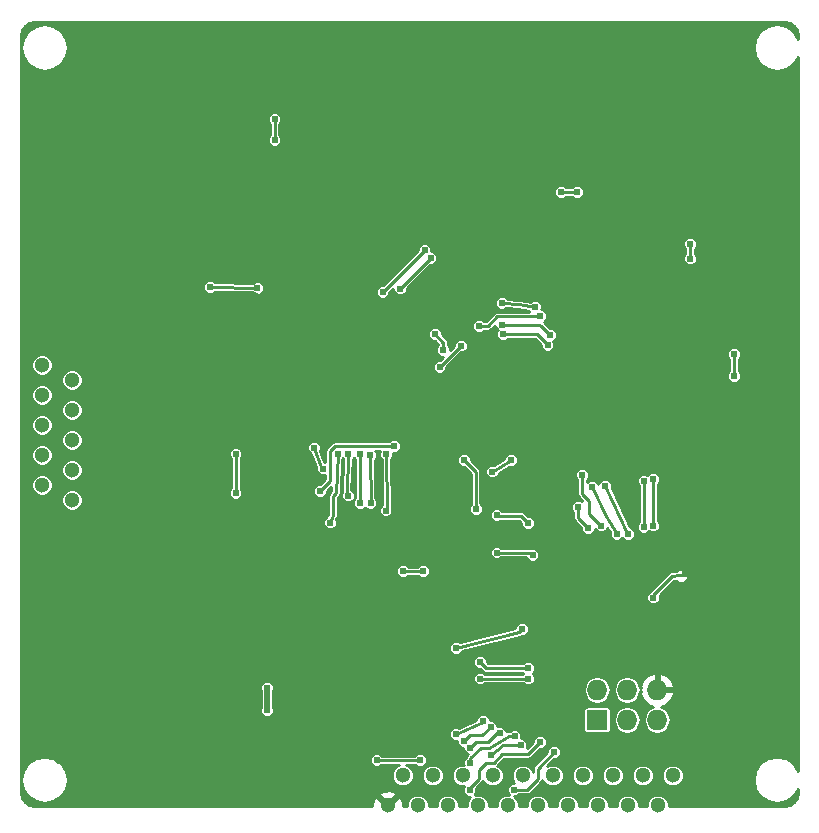
<source format=gbl>
G04 #@! TF.FileFunction,Copper,L2,Bot,Signal*
%FSLAX46Y46*%
G04 Gerber Fmt 4.6, Leading zero omitted, Abs format (unit mm)*
G04 Created by KiCad (PCBNEW 4.0.7-e2-6376~58~ubuntu16.04.1) date Mon Dec  4 15:57:19 2017*
%MOMM*%
%LPD*%
G01*
G04 APERTURE LIST*
%ADD10C,0.100000*%
%ADD11C,1.300000*%
%ADD12R,1.727200X1.727200*%
%ADD13O,1.727200X1.727200*%
%ADD14C,0.609600*%
%ADD15C,0.254000*%
%ADD16C,0.508000*%
G04 APERTURE END LIST*
D10*
D11*
X151638000Y-138176000D03*
X149098000Y-138176000D03*
X146558000Y-138176000D03*
X154178000Y-138176000D03*
X147828000Y-135636000D03*
X150368000Y-135636000D03*
X152908000Y-135636000D03*
X155448000Y-135636000D03*
X156718000Y-138176000D03*
X157988000Y-135636000D03*
X159258000Y-138176000D03*
X160528000Y-135636000D03*
X161798000Y-138176000D03*
X163068000Y-135636000D03*
X164338000Y-138176000D03*
X165608000Y-135636000D03*
X166878000Y-138176000D03*
X168148000Y-135636000D03*
X169418000Y-138176000D03*
X170688000Y-135636000D03*
X117297200Y-105968800D03*
X117297200Y-103428800D03*
X117297200Y-100888800D03*
X117297200Y-108508800D03*
X119837200Y-102158800D03*
X119837200Y-104698800D03*
X119837200Y-107238800D03*
X119837200Y-109778800D03*
X117297200Y-111048800D03*
X119837200Y-112318800D03*
D12*
X164287200Y-130924300D03*
D13*
X164287200Y-128384300D03*
X166827200Y-130924300D03*
X166827200Y-128384300D03*
X169367200Y-130924300D03*
X169367200Y-128384300D03*
D14*
X145618200Y-134353300D03*
X149301200Y-134353300D03*
X145046700Y-108508800D03*
X145110200Y-112572800D03*
X158445200Y-127431800D03*
X154381200Y-127431800D03*
X146126200Y-94729300D03*
X149682200Y-91173300D03*
X158445200Y-114287300D03*
X155778200Y-113588800D03*
X174421800Y-115401600D03*
X176479200Y-115477800D03*
X146092200Y-78343800D03*
X144602200Y-79613800D03*
X142697200Y-77858800D03*
X134027200Y-78343800D03*
X133299200Y-123664800D03*
X134907200Y-132953800D03*
X141427200Y-135008800D03*
X144983200Y-132384800D03*
X176479200Y-117568800D03*
X167147200Y-119523800D03*
X161163000Y-117999000D03*
X159131000Y-123809000D03*
X154000200Y-119997200D03*
X152730200Y-114597200D03*
X166827200Y-82203800D03*
X161747200Y-82203800D03*
X164287200Y-82203800D03*
X165557200Y-94853800D03*
X165972200Y-98668800D03*
X151122200Y-103263800D03*
X145230800Y-101278000D03*
X145230800Y-92778000D03*
X121107200Y-90558800D03*
X124502200Y-91043800D03*
X123012200Y-83423800D03*
X125137200Y-82788800D03*
X130632200Y-77858800D03*
X132537200Y-79613800D03*
X134442200Y-89773800D03*
X132537200Y-87383800D03*
X138379200Y-110032800D03*
X147586700Y-94411800D03*
X150190200Y-91808300D03*
X136347200Y-128193800D03*
X136347200Y-130098800D03*
X151269700Y-99618800D03*
X150571200Y-98285300D03*
X162572700Y-86220300D03*
X161239200Y-86220300D03*
X157937200Y-123240800D03*
X152342779Y-124828170D03*
X172542200Y-118541800D03*
X167271700Y-118541800D03*
X153555700Y-134543800D03*
X157302200Y-132257800D03*
X152984200Y-132702300D03*
X143205200Y-108381800D03*
X143205200Y-111937800D03*
X155270200Y-131495800D03*
X159448557Y-132817807D03*
X153492200Y-136893300D03*
X144221200Y-108445300D03*
X144221200Y-112572800D03*
X154635200Y-130987800D03*
X152349200Y-132130800D03*
X154063700Y-113080800D03*
X153047700Y-108953300D03*
X146443700Y-108445300D03*
X146380200Y-113207800D03*
X152793700Y-99237800D03*
X150952200Y-101079300D03*
X147078700Y-107746800D03*
X140855700Y-111556800D03*
X153555700Y-133273800D03*
X160667700Y-133654800D03*
X157238700Y-136829800D03*
X156032200Y-132003800D03*
X154317700Y-97586800D03*
X165938200Y-115176300D03*
X163842700Y-111175800D03*
X159461200Y-96761300D03*
X156349700Y-98285300D03*
X160096200Y-99174300D03*
X164985700Y-111112300D03*
X166890700Y-115176300D03*
X160286700Y-98348800D03*
X156222700Y-97459800D03*
X172161200Y-90601800D03*
X172161200Y-91871800D03*
X131521200Y-94284800D03*
X135541800Y-94328200D03*
X136982200Y-80060800D03*
X136982200Y-81838800D03*
X155270200Y-133908800D03*
X157810200Y-133083300D03*
X133680200Y-111747300D03*
X133680200Y-108381800D03*
X141681200Y-114223800D03*
X142316200Y-108381800D03*
X140347700Y-107873800D03*
X141046200Y-109651800D03*
X147840700Y-118351300D03*
X149555200Y-118351300D03*
X155778200Y-116763800D03*
X158826200Y-116954300D03*
X171716700Y-118605300D03*
X169049700Y-120573800D03*
X158445200Y-126542800D03*
X154381200Y-126034800D03*
X163525200Y-114668300D03*
X162699700Y-112890300D03*
X169049700Y-114477800D03*
X169049700Y-110540800D03*
X175907700Y-101841300D03*
X175907700Y-99936300D03*
X168224200Y-114604800D03*
X168224200Y-110667800D03*
X159016700Y-95999300D03*
X156209082Y-95634560D03*
X163017200Y-110159800D03*
X164604700Y-114477800D03*
X156984700Y-108953300D03*
X155397200Y-109905800D03*
D15*
X149301200Y-134353300D02*
X145618200Y-134353300D01*
X145110200Y-112572800D02*
X145046700Y-108508800D01*
X154381200Y-127431800D02*
X158445200Y-127431800D01*
X149682200Y-91173300D02*
X146126200Y-94729300D01*
X158445200Y-114287300D02*
X157810200Y-113652300D01*
X157810200Y-113652300D02*
X155841700Y-113652300D01*
X155841700Y-113652300D02*
X155778200Y-113588800D01*
D16*
X174447200Y-115376200D02*
X174447200Y-115366800D01*
X174421800Y-115401600D02*
X174447200Y-115376200D01*
X176479200Y-115477800D02*
X176479200Y-115493800D01*
X146062700Y-78346300D02*
X146089700Y-78346300D01*
X146089700Y-78346300D02*
X146092200Y-78343800D01*
X144602200Y-79613800D02*
X144602200Y-79616300D01*
X142697200Y-77858800D02*
X142697200Y-77901800D01*
X134061200Y-78346300D02*
X134029700Y-78346300D01*
X134029700Y-78346300D02*
X134027200Y-78343800D01*
X133299200Y-123664800D02*
X133299200Y-123685300D01*
X134886700Y-132956300D02*
X134904700Y-132956300D01*
X134904700Y-132956300D02*
X134907200Y-132953800D01*
X141427200Y-135008800D02*
X141427200Y-134988300D01*
D15*
X176479200Y-117568800D02*
X176479200Y-117589300D01*
D16*
X167144700Y-119557800D02*
X167144700Y-119526300D01*
X167144700Y-119526300D02*
X167147200Y-119523800D01*
X161175700Y-118033800D02*
X161175700Y-118011700D01*
X161175700Y-118011700D02*
X161163000Y-117999000D01*
X159134300Y-123812300D02*
X159143700Y-123812300D01*
X159131000Y-123809000D02*
X159134300Y-123812300D01*
X153936700Y-120002300D02*
X153995100Y-120002300D01*
X153995100Y-120002300D02*
X154000200Y-119997200D01*
X152730200Y-114597200D02*
X152730200Y-114604800D01*
X166827200Y-82203800D02*
X166827200Y-82219800D01*
X161747200Y-82203800D02*
X161747200Y-82219800D01*
X164287200Y-82203800D02*
X164287200Y-82219800D01*
X165557200Y-94853800D02*
X165557200Y-94856300D01*
X166001700Y-98666300D02*
X165974700Y-98666300D01*
X165974700Y-98666300D02*
X165972200Y-98668800D01*
X151142700Y-103243300D02*
X151142700Y-103238300D01*
X151122200Y-103263800D02*
X151142700Y-103243300D01*
X145237200Y-101269800D02*
X145237200Y-101271600D01*
X145237200Y-101271600D02*
X145230800Y-101278000D01*
X145237200Y-92760800D02*
X145237200Y-92771600D01*
X145237200Y-92771600D02*
X145230800Y-92778000D01*
X121107200Y-90558800D02*
X121107200Y-90538300D01*
X124499700Y-91046300D02*
X124472700Y-91046300D01*
X124502200Y-91043800D02*
X124499700Y-91046300D01*
X123012200Y-83423800D02*
X123012200Y-83426300D01*
X125107700Y-82791300D02*
X125134700Y-82791300D01*
X125134700Y-82791300D02*
X125137200Y-82788800D01*
X130632200Y-77858800D02*
X130632200Y-77838300D01*
X132537200Y-79613800D02*
X132537200Y-79616300D01*
D15*
X134442200Y-89773800D02*
X134442200Y-89776300D01*
X132537200Y-87383800D02*
X132537200Y-87363300D01*
X150190200Y-91808300D02*
X147586700Y-94411800D01*
D16*
X136347200Y-128193800D02*
X136347200Y-130098800D01*
D15*
X151269700Y-98983800D02*
X151269700Y-99618800D01*
X150571200Y-98285300D02*
X151269700Y-98983800D01*
X162572700Y-86220300D02*
X161239200Y-86220300D01*
X157937200Y-123240800D02*
X157683200Y-123494800D01*
X157683200Y-123494800D02*
X152342779Y-124828170D01*
X171843700Y-117843300D02*
X172542200Y-118541800D01*
X167970200Y-117843300D02*
X171843700Y-117843300D01*
X167271700Y-118541800D02*
X167970200Y-117843300D01*
X153555700Y-134543800D02*
X153555700Y-134162800D01*
X155143200Y-133273800D02*
X156794200Y-132257800D01*
X156794200Y-132257800D02*
X157302200Y-132257800D01*
X153555700Y-134162800D02*
X154444700Y-133273800D01*
X154444700Y-133273800D02*
X154444700Y-133273800D01*
X154444700Y-133273800D02*
X155143200Y-133273800D01*
X154558531Y-132182929D02*
X154558540Y-132182920D01*
X153503571Y-132182929D02*
X154558531Y-132182929D01*
X152984200Y-132702300D02*
X153503571Y-132182929D01*
X143078200Y-111810800D02*
X143205200Y-108381800D01*
X143205200Y-111937800D02*
X143078200Y-111810800D01*
X155270200Y-131495800D02*
X154558540Y-132182920D01*
X153492200Y-136893300D02*
X153492200Y-136702800D01*
X156222700Y-133845300D02*
X158406313Y-133845300D01*
X155524200Y-134543800D02*
X156222700Y-133845300D01*
X154889200Y-134543800D02*
X155524200Y-134543800D01*
X154254200Y-135178800D02*
X154889200Y-134543800D01*
X154254200Y-135940800D02*
X154254200Y-135178800D01*
X153492200Y-136702800D02*
X154254200Y-135940800D01*
X159448557Y-132817807D02*
X158406313Y-133845300D01*
X144221200Y-112572800D02*
X144221200Y-108445300D01*
X154635200Y-131114800D02*
X154635200Y-130987800D01*
X152349200Y-132130800D02*
X154635200Y-131114800D01*
X154000200Y-113017300D02*
X154063700Y-113080800D01*
X154000200Y-109905800D02*
X154000200Y-113017300D01*
X153047700Y-108953300D02*
X154000200Y-109905800D01*
X146507200Y-113080800D02*
X146443700Y-108445300D01*
X146380200Y-113207800D02*
X146507200Y-113080800D01*
X150952200Y-101079300D02*
X152793700Y-99237800D01*
X142062200Y-107746800D02*
X147078700Y-107746800D01*
X141681200Y-108127800D02*
X142062200Y-107746800D01*
X141681200Y-110731300D02*
X141681200Y-108127800D01*
X140855700Y-111556800D02*
X141681200Y-110731300D01*
X156032200Y-132003800D02*
X155841700Y-132003800D01*
X154000200Y-132829300D02*
X153555700Y-133273800D01*
X155016200Y-132829300D02*
X154000200Y-132829300D01*
X155841700Y-132003800D02*
X155016200Y-132829300D01*
X159270700Y-135051800D02*
X160667700Y-133654800D01*
X159270700Y-135940800D02*
X159270700Y-135051800D01*
X158381700Y-136829800D02*
X159270700Y-135940800D01*
X157238700Y-136829800D02*
X158381700Y-136829800D01*
X159461200Y-96761300D02*
X155841700Y-96761300D01*
X155016200Y-97586800D02*
X154317700Y-97586800D01*
X155841700Y-96761300D02*
X155016200Y-97586800D01*
X165938200Y-115176300D02*
X165049200Y-113652300D01*
X165049200Y-113652300D02*
X163842700Y-111175800D01*
X159207200Y-98285300D02*
X156349700Y-98285300D01*
X160096200Y-99174300D02*
X159207200Y-98285300D01*
X166827200Y-115112800D02*
X164985700Y-111112300D01*
X166890700Y-115176300D02*
X166827200Y-115112800D01*
X160286700Y-98348800D02*
X159524700Y-97586800D01*
X159397700Y-97459800D02*
X159207200Y-97459800D01*
X159524700Y-97586800D02*
X159397700Y-97459800D01*
X159207200Y-97459800D02*
X156222700Y-97459800D01*
X172161200Y-91871800D02*
X172161200Y-90601800D01*
X135541800Y-94328200D02*
X131521200Y-94284800D01*
X136982200Y-81838800D02*
X136982200Y-80060800D01*
X157048200Y-133083300D02*
X156349700Y-133083300D01*
X156349700Y-133083300D02*
X155270200Y-133908800D01*
X157048200Y-133083300D02*
X157810200Y-133083300D01*
X133680200Y-111747300D02*
X133743700Y-111683800D01*
X133743700Y-111683800D02*
X133743700Y-108953300D01*
X133743700Y-108953300D02*
X133680200Y-108381800D01*
X141808200Y-113842800D02*
X141681200Y-114223800D01*
X141935200Y-113588800D02*
X141808200Y-113842800D01*
X141935200Y-111937800D02*
X141935200Y-113588800D01*
X142189200Y-111683800D02*
X141935200Y-111937800D01*
X142316200Y-108381800D02*
X142189200Y-111683800D01*
X140347700Y-107873800D02*
X140919200Y-109524800D01*
X140919200Y-109524800D02*
X141046200Y-109651800D01*
X149555200Y-118351300D02*
X147840700Y-118351300D01*
X158635700Y-116763800D02*
X155778200Y-116763800D01*
X158826200Y-116954300D02*
X158635700Y-116763800D01*
X169049700Y-120573800D02*
X169049700Y-120319800D01*
X170637200Y-118732300D02*
X171716700Y-118605300D01*
X169049700Y-120319800D02*
X170637200Y-118732300D01*
X154889200Y-126542800D02*
X158445200Y-126542800D01*
X154381200Y-126034800D02*
X154889200Y-126542800D01*
X162699700Y-113842800D02*
X162699700Y-112890300D01*
X163525200Y-114668300D02*
X162699700Y-113842800D01*
X169049700Y-114477800D02*
X169049700Y-110540800D01*
X175907700Y-101841300D02*
X175907700Y-99936300D01*
X168224200Y-114604800D02*
X168224200Y-110667800D01*
X159016700Y-95999300D02*
X157683200Y-95745300D01*
X157683200Y-95745300D02*
X156209082Y-95634560D01*
X163017200Y-111810800D02*
X163017200Y-110159800D01*
X163588700Y-112382300D02*
X163017200Y-111810800D01*
X163588700Y-113461800D02*
X163588700Y-112382300D01*
X164604700Y-114477800D02*
X163588700Y-113461800D01*
X155397200Y-109905800D02*
X156984700Y-108953300D01*
G36*
X180598655Y-71895105D02*
X180968664Y-72142336D01*
X181215895Y-72512345D01*
X181305200Y-72961309D01*
X181305200Y-73241124D01*
X180887984Y-72616716D01*
X180251676Y-72191549D01*
X179501100Y-72042250D01*
X178750524Y-72191549D01*
X178114216Y-72616716D01*
X177689049Y-73253024D01*
X177539750Y-74003600D01*
X177689049Y-74754176D01*
X178114216Y-75390484D01*
X178750524Y-75815651D01*
X179501100Y-75964950D01*
X180251676Y-75815651D01*
X180887984Y-75390484D01*
X181305200Y-74766076D01*
X181305200Y-135241124D01*
X180887984Y-134616716D01*
X180251676Y-134191549D01*
X179501100Y-134042250D01*
X178750524Y-134191549D01*
X178114216Y-134616716D01*
X177689049Y-135253024D01*
X177539750Y-136003600D01*
X177689049Y-136754176D01*
X178114216Y-137390484D01*
X178750524Y-137815651D01*
X179501100Y-137964950D01*
X180251676Y-137815651D01*
X180887984Y-137390484D01*
X181305200Y-136766076D01*
X181305200Y-137071291D01*
X181215895Y-137520255D01*
X180968664Y-137890264D01*
X180598655Y-138137495D01*
X180149691Y-138226800D01*
X170347356Y-138226800D01*
X170347561Y-137991942D01*
X170206366Y-137650225D01*
X169945150Y-137388552D01*
X169603680Y-137246762D01*
X169233942Y-137246439D01*
X168892225Y-137387634D01*
X168630552Y-137648850D01*
X168488762Y-137990320D01*
X168488555Y-138226800D01*
X167807356Y-138226800D01*
X167807561Y-137991942D01*
X167666366Y-137650225D01*
X167405150Y-137388552D01*
X167063680Y-137246762D01*
X166693942Y-137246439D01*
X166352225Y-137387634D01*
X166090552Y-137648850D01*
X165948762Y-137990320D01*
X165948555Y-138226800D01*
X165267356Y-138226800D01*
X165267561Y-137991942D01*
X165126366Y-137650225D01*
X164865150Y-137388552D01*
X164523680Y-137246762D01*
X164153942Y-137246439D01*
X163812225Y-137387634D01*
X163550552Y-137648850D01*
X163408762Y-137990320D01*
X163408555Y-138226800D01*
X162727356Y-138226800D01*
X162727561Y-137991942D01*
X162586366Y-137650225D01*
X162325150Y-137388552D01*
X161983680Y-137246762D01*
X161613942Y-137246439D01*
X161272225Y-137387634D01*
X161010552Y-137648850D01*
X160868762Y-137990320D01*
X160868555Y-138226800D01*
X160187356Y-138226800D01*
X160187561Y-137991942D01*
X160046366Y-137650225D01*
X159785150Y-137388552D01*
X159443680Y-137246762D01*
X159073942Y-137246439D01*
X158732225Y-137387634D01*
X158470552Y-137648850D01*
X158328762Y-137990320D01*
X158328555Y-138226800D01*
X157647356Y-138226800D01*
X157647561Y-137991942D01*
X157506366Y-137650225D01*
X157270581Y-137414028D01*
X157354395Y-137414101D01*
X157569190Y-137325349D01*
X157658495Y-137236200D01*
X158381700Y-137236200D01*
X158537223Y-137205265D01*
X158669068Y-137117168D01*
X159558068Y-136228168D01*
X159623892Y-136129656D01*
X159646165Y-136096323D01*
X159667750Y-135987804D01*
X159739634Y-136161775D01*
X160000850Y-136423448D01*
X160342320Y-136565238D01*
X160712058Y-136565561D01*
X161053775Y-136424366D01*
X161315448Y-136163150D01*
X161457238Y-135821680D01*
X161457239Y-135820058D01*
X162138439Y-135820058D01*
X162279634Y-136161775D01*
X162540850Y-136423448D01*
X162882320Y-136565238D01*
X163252058Y-136565561D01*
X163593775Y-136424366D01*
X163855448Y-136163150D01*
X163997238Y-135821680D01*
X163997239Y-135820058D01*
X164678439Y-135820058D01*
X164819634Y-136161775D01*
X165080850Y-136423448D01*
X165422320Y-136565238D01*
X165792058Y-136565561D01*
X166133775Y-136424366D01*
X166395448Y-136163150D01*
X166537238Y-135821680D01*
X166537239Y-135820058D01*
X167218439Y-135820058D01*
X167359634Y-136161775D01*
X167620850Y-136423448D01*
X167962320Y-136565238D01*
X168332058Y-136565561D01*
X168673775Y-136424366D01*
X168935448Y-136163150D01*
X169077238Y-135821680D01*
X169077239Y-135820058D01*
X169758439Y-135820058D01*
X169899634Y-136161775D01*
X170160850Y-136423448D01*
X170502320Y-136565238D01*
X170872058Y-136565561D01*
X171213775Y-136424366D01*
X171475448Y-136163150D01*
X171617238Y-135821680D01*
X171617561Y-135451942D01*
X171476366Y-135110225D01*
X171215150Y-134848552D01*
X170873680Y-134706762D01*
X170503942Y-134706439D01*
X170162225Y-134847634D01*
X169900552Y-135108850D01*
X169758762Y-135450320D01*
X169758439Y-135820058D01*
X169077239Y-135820058D01*
X169077561Y-135451942D01*
X168936366Y-135110225D01*
X168675150Y-134848552D01*
X168333680Y-134706762D01*
X167963942Y-134706439D01*
X167622225Y-134847634D01*
X167360552Y-135108850D01*
X167218762Y-135450320D01*
X167218439Y-135820058D01*
X166537239Y-135820058D01*
X166537561Y-135451942D01*
X166396366Y-135110225D01*
X166135150Y-134848552D01*
X165793680Y-134706762D01*
X165423942Y-134706439D01*
X165082225Y-134847634D01*
X164820552Y-135108850D01*
X164678762Y-135450320D01*
X164678439Y-135820058D01*
X163997239Y-135820058D01*
X163997561Y-135451942D01*
X163856366Y-135110225D01*
X163595150Y-134848552D01*
X163253680Y-134706762D01*
X162883942Y-134706439D01*
X162542225Y-134847634D01*
X162280552Y-135108850D01*
X162138762Y-135450320D01*
X162138439Y-135820058D01*
X161457239Y-135820058D01*
X161457561Y-135451942D01*
X161316366Y-135110225D01*
X161055150Y-134848552D01*
X160713680Y-134706762D01*
X160343942Y-134706439D01*
X160082962Y-134814274D01*
X160658244Y-134238992D01*
X160783395Y-134239101D01*
X160998190Y-134150349D01*
X161162672Y-133986155D01*
X161251798Y-133771514D01*
X161252001Y-133539105D01*
X161163249Y-133324310D01*
X160999055Y-133159828D01*
X160784414Y-133070702D01*
X160552005Y-133070499D01*
X160337210Y-133159251D01*
X160172728Y-133323445D01*
X160083602Y-133538086D01*
X160083492Y-133664272D01*
X158983332Y-134764432D01*
X158895235Y-134896277D01*
X158864300Y-135051800D01*
X158864300Y-135323041D01*
X158776366Y-135110225D01*
X158515150Y-134848552D01*
X158173680Y-134706762D01*
X157803942Y-134706439D01*
X157462225Y-134847634D01*
X157200552Y-135108850D01*
X157058762Y-135450320D01*
X157058439Y-135820058D01*
X157199634Y-136161775D01*
X157283352Y-136245639D01*
X157123005Y-136245499D01*
X156908210Y-136334251D01*
X156743728Y-136498445D01*
X156654602Y-136713086D01*
X156654399Y-136945495D01*
X156743151Y-137160290D01*
X156829407Y-137246697D01*
X156533942Y-137246439D01*
X156192225Y-137387634D01*
X155930552Y-137648850D01*
X155788762Y-137990320D01*
X155788555Y-138226800D01*
X155107356Y-138226800D01*
X155107561Y-137991942D01*
X154966366Y-137650225D01*
X154705150Y-137388552D01*
X154363680Y-137246762D01*
X153993942Y-137246439D01*
X153945157Y-137266597D01*
X153987172Y-137224655D01*
X154076298Y-137010014D01*
X154076501Y-136777605D01*
X154051833Y-136717903D01*
X154541568Y-136228168D01*
X154607392Y-136129656D01*
X154629665Y-136096323D01*
X154630615Y-136091545D01*
X154659634Y-136161775D01*
X154920850Y-136423448D01*
X155262320Y-136565238D01*
X155632058Y-136565561D01*
X155973775Y-136424366D01*
X156235448Y-136163150D01*
X156377238Y-135821680D01*
X156377561Y-135451942D01*
X156236366Y-135110225D01*
X155975150Y-134848552D01*
X155847280Y-134795456D01*
X156391036Y-134251700D01*
X158406313Y-134251700D01*
X158482713Y-134236503D01*
X158559156Y-134221864D01*
X158560389Y-134221053D01*
X158561836Y-134220765D01*
X158626553Y-134177522D01*
X158691626Y-134134709D01*
X159434859Y-133401995D01*
X159564252Y-133402108D01*
X159779047Y-133313356D01*
X159943529Y-133149162D01*
X160032655Y-132934521D01*
X160032858Y-132702112D01*
X159944106Y-132487317D01*
X159779912Y-132322835D01*
X159565271Y-132233709D01*
X159332862Y-132233506D01*
X159118067Y-132322258D01*
X158953585Y-132486452D01*
X158864459Y-132701093D01*
X158864352Y-132823059D01*
X158333524Y-133346375D01*
X158394298Y-133200014D01*
X158394501Y-132967605D01*
X158305749Y-132752810D01*
X158141555Y-132588328D01*
X157926914Y-132499202D01*
X157834557Y-132499121D01*
X157886298Y-132374514D01*
X157886501Y-132142105D01*
X157797749Y-131927310D01*
X157633555Y-131762828D01*
X157418914Y-131673702D01*
X157186505Y-131673499D01*
X156971710Y-131762251D01*
X156882405Y-131851400D01*
X156794200Y-131851400D01*
X156762338Y-131857738D01*
X156729872Y-131856523D01*
X156685303Y-131873061D01*
X156638677Y-131882335D01*
X156616493Y-131897158D01*
X156616501Y-131888105D01*
X156527749Y-131673310D01*
X156363555Y-131508828D01*
X156148914Y-131419702D01*
X155916505Y-131419499D01*
X155854444Y-131445142D01*
X155854501Y-131380105D01*
X155765749Y-131165310D01*
X155601555Y-131000828D01*
X155386914Y-130911702D01*
X155219467Y-130911556D01*
X155219501Y-130872105D01*
X155130749Y-130657310D01*
X154966555Y-130492828D01*
X154751914Y-130403702D01*
X154519505Y-130403499D01*
X154304710Y-130492251D01*
X154140228Y-130656445D01*
X154051102Y-130871086D01*
X154051051Y-130929691D01*
X152567690Y-131588963D01*
X152465914Y-131546702D01*
X152233505Y-131546499D01*
X152018710Y-131635251D01*
X151854228Y-131799445D01*
X151765102Y-132014086D01*
X151764899Y-132246495D01*
X151853651Y-132461290D01*
X152017845Y-132625772D01*
X152232486Y-132714898D01*
X152399989Y-132715044D01*
X152399899Y-132817995D01*
X152488651Y-133032790D01*
X152652845Y-133197272D01*
X152867486Y-133286398D01*
X152971489Y-133286489D01*
X152971399Y-133389495D01*
X153060151Y-133604290D01*
X153224345Y-133768772D01*
X153330792Y-133812972D01*
X153268332Y-133875432D01*
X153180235Y-134007277D01*
X153158923Y-134114422D01*
X153060728Y-134212445D01*
X152971602Y-134427086D01*
X152971399Y-134659495D01*
X152990892Y-134706672D01*
X152723942Y-134706439D01*
X152382225Y-134847634D01*
X152120552Y-135108850D01*
X151978762Y-135450320D01*
X151978439Y-135820058D01*
X152119634Y-136161775D01*
X152380850Y-136423448D01*
X152722320Y-136565238D01*
X152995761Y-136565477D01*
X152908102Y-136776586D01*
X152907899Y-137008995D01*
X152996651Y-137223790D01*
X153160845Y-137388272D01*
X153375486Y-137477398D01*
X153562141Y-137477561D01*
X153390552Y-137648850D01*
X153248762Y-137990320D01*
X153248555Y-138226800D01*
X152567356Y-138226800D01*
X152567561Y-137991942D01*
X152426366Y-137650225D01*
X152165150Y-137388552D01*
X151823680Y-137246762D01*
X151453942Y-137246439D01*
X151112225Y-137387634D01*
X150850552Y-137648850D01*
X150708762Y-137990320D01*
X150708555Y-138226800D01*
X150027356Y-138226800D01*
X150027561Y-137991942D01*
X149886366Y-137650225D01*
X149625150Y-137388552D01*
X149283680Y-137246762D01*
X148913942Y-137246439D01*
X148572225Y-137387634D01*
X148310552Y-137648850D01*
X148168762Y-137990320D01*
X148168555Y-138226800D01*
X147848091Y-138226800D01*
X147826083Y-137846572D01*
X147687611Y-137512271D01*
X147457016Y-137456590D01*
X146737605Y-138176000D01*
X146751748Y-138190143D01*
X146715090Y-138226800D01*
X146400910Y-138226800D01*
X146364253Y-138190143D01*
X146378395Y-138176000D01*
X145658984Y-137456590D01*
X145428389Y-137512271D01*
X145260378Y-137995078D01*
X145273790Y-138226800D01*
X116674709Y-138226800D01*
X116225745Y-138137495D01*
X115855736Y-137890264D01*
X115608505Y-137520255D01*
X115519200Y-137071291D01*
X115519200Y-136003600D01*
X115539750Y-136003600D01*
X115689049Y-136754176D01*
X116114216Y-137390484D01*
X116750524Y-137815651D01*
X117501100Y-137964950D01*
X118251676Y-137815651D01*
X118887984Y-137390484D01*
X118963822Y-137276984D01*
X145838590Y-137276984D01*
X146558000Y-137996395D01*
X147277410Y-137276984D01*
X147221729Y-137046389D01*
X146738922Y-136878378D01*
X146228572Y-136907917D01*
X145894271Y-137046389D01*
X145838590Y-137276984D01*
X118963822Y-137276984D01*
X119313151Y-136754176D01*
X119462450Y-136003600D01*
X119313151Y-135253024D01*
X118887984Y-134616716D01*
X118666904Y-134468995D01*
X145033899Y-134468995D01*
X145122651Y-134683790D01*
X145286845Y-134848272D01*
X145501486Y-134937398D01*
X145733895Y-134937601D01*
X145948690Y-134848849D01*
X146037995Y-134759700D01*
X147515041Y-134759700D01*
X147302225Y-134847634D01*
X147040552Y-135108850D01*
X146898762Y-135450320D01*
X146898439Y-135820058D01*
X147039634Y-136161775D01*
X147300850Y-136423448D01*
X147642320Y-136565238D01*
X148012058Y-136565561D01*
X148353775Y-136424366D01*
X148615448Y-136163150D01*
X148757238Y-135821680D01*
X148757239Y-135820058D01*
X149438439Y-135820058D01*
X149579634Y-136161775D01*
X149840850Y-136423448D01*
X150182320Y-136565238D01*
X150552058Y-136565561D01*
X150893775Y-136424366D01*
X151155448Y-136163150D01*
X151297238Y-135821680D01*
X151297561Y-135451942D01*
X151156366Y-135110225D01*
X150895150Y-134848552D01*
X150553680Y-134706762D01*
X150183942Y-134706439D01*
X149842225Y-134847634D01*
X149580552Y-135108850D01*
X149438762Y-135450320D01*
X149438439Y-135820058D01*
X148757239Y-135820058D01*
X148757561Y-135451942D01*
X148616366Y-135110225D01*
X148355150Y-134848552D01*
X148141170Y-134759700D01*
X148881428Y-134759700D01*
X148969845Y-134848272D01*
X149184486Y-134937398D01*
X149416895Y-134937601D01*
X149631690Y-134848849D01*
X149796172Y-134684655D01*
X149885298Y-134470014D01*
X149885501Y-134237605D01*
X149796749Y-134022810D01*
X149632555Y-133858328D01*
X149417914Y-133769202D01*
X149185505Y-133768999D01*
X148970710Y-133857751D01*
X148881405Y-133946900D01*
X146037972Y-133946900D01*
X145949555Y-133858328D01*
X145734914Y-133769202D01*
X145502505Y-133768999D01*
X145287710Y-133857751D01*
X145123228Y-134021945D01*
X145034102Y-134236586D01*
X145033899Y-134468995D01*
X118666904Y-134468995D01*
X118251676Y-134191549D01*
X117501100Y-134042250D01*
X116750524Y-134191549D01*
X116114216Y-134616716D01*
X115689049Y-135253024D01*
X115539750Y-136003600D01*
X115519200Y-136003600D01*
X115519200Y-128309495D01*
X135762899Y-128309495D01*
X135813800Y-128432684D01*
X135813800Y-129859991D01*
X135763102Y-129982086D01*
X135762899Y-130214495D01*
X135851651Y-130429290D01*
X136015845Y-130593772D01*
X136230486Y-130682898D01*
X136462895Y-130683101D01*
X136677690Y-130594349D01*
X136842172Y-130430155D01*
X136931298Y-130215514D01*
X136931433Y-130060700D01*
X163138727Y-130060700D01*
X163138727Y-131787900D01*
X163158209Y-131891439D01*
X163219401Y-131986534D01*
X163312768Y-132050329D01*
X163423600Y-132072773D01*
X165150800Y-132072773D01*
X165254339Y-132053291D01*
X165349434Y-131992099D01*
X165413229Y-131898732D01*
X165435673Y-131787900D01*
X165435673Y-130901907D01*
X165684200Y-130901907D01*
X165684200Y-130946693D01*
X165771206Y-131384100D01*
X166018977Y-131754916D01*
X166389793Y-132002687D01*
X166827200Y-132089693D01*
X167264607Y-132002687D01*
X167635423Y-131754916D01*
X167883194Y-131384100D01*
X167970200Y-130946693D01*
X167970200Y-130901907D01*
X167883194Y-130464500D01*
X167635423Y-130093684D01*
X167264607Y-129845913D01*
X166827200Y-129758907D01*
X166389793Y-129845913D01*
X166018977Y-130093684D01*
X165771206Y-130464500D01*
X165684200Y-130901907D01*
X165435673Y-130901907D01*
X165435673Y-130060700D01*
X165416191Y-129957161D01*
X165354999Y-129862066D01*
X165261632Y-129798271D01*
X165150800Y-129775827D01*
X163423600Y-129775827D01*
X163320061Y-129795309D01*
X163224966Y-129856501D01*
X163161171Y-129949868D01*
X163138727Y-130060700D01*
X136931433Y-130060700D01*
X136931501Y-129983105D01*
X136880600Y-129859916D01*
X136880600Y-128432609D01*
X136909957Y-128361907D01*
X163144200Y-128361907D01*
X163144200Y-128406693D01*
X163231206Y-128844100D01*
X163478977Y-129214916D01*
X163849793Y-129462687D01*
X164287200Y-129549693D01*
X164724607Y-129462687D01*
X165095423Y-129214916D01*
X165343194Y-128844100D01*
X165430200Y-128406693D01*
X165430200Y-128361907D01*
X165684200Y-128361907D01*
X165684200Y-128406693D01*
X165771206Y-128844100D01*
X166018977Y-129214916D01*
X166389793Y-129462687D01*
X166827200Y-129549693D01*
X167264607Y-129462687D01*
X167635423Y-129214916D01*
X167883194Y-128844100D01*
X167949392Y-128511302D01*
X168032730Y-128511302D01*
X167912232Y-128743327D01*
X168160379Y-129272790D01*
X168592253Y-129666988D01*
X168993599Y-129833221D01*
X168929793Y-129845913D01*
X168558977Y-130093684D01*
X168311206Y-130464500D01*
X168224200Y-130901907D01*
X168224200Y-130946693D01*
X168311206Y-131384100D01*
X168558977Y-131754916D01*
X168929793Y-132002687D01*
X169367200Y-132089693D01*
X169804607Y-132002687D01*
X170175423Y-131754916D01*
X170423194Y-131384100D01*
X170510200Y-130946693D01*
X170510200Y-130901907D01*
X170423194Y-130464500D01*
X170175423Y-130093684D01*
X169804607Y-129845913D01*
X169740801Y-129833221D01*
X170142147Y-129666988D01*
X170574021Y-129272790D01*
X170822168Y-128743327D01*
X170701669Y-128511300D01*
X169494200Y-128511300D01*
X169494200Y-128531300D01*
X169240200Y-128531300D01*
X169240200Y-128511300D01*
X169220200Y-128511300D01*
X169220200Y-128257300D01*
X169240200Y-128257300D01*
X169240200Y-127050483D01*
X169494200Y-127050483D01*
X169494200Y-128257300D01*
X170701669Y-128257300D01*
X170822168Y-128025273D01*
X170574021Y-127495810D01*
X170142147Y-127101612D01*
X169726226Y-126929342D01*
X169494200Y-127050483D01*
X169240200Y-127050483D01*
X169008174Y-126929342D01*
X168592253Y-127101612D01*
X168160379Y-127495810D01*
X167912232Y-128025273D01*
X168032730Y-128257298D01*
X167949392Y-128257298D01*
X167883194Y-127924500D01*
X167635423Y-127553684D01*
X167264607Y-127305913D01*
X166827200Y-127218907D01*
X166389793Y-127305913D01*
X166018977Y-127553684D01*
X165771206Y-127924500D01*
X165684200Y-128361907D01*
X165430200Y-128361907D01*
X165343194Y-127924500D01*
X165095423Y-127553684D01*
X164724607Y-127305913D01*
X164287200Y-127218907D01*
X163849793Y-127305913D01*
X163478977Y-127553684D01*
X163231206Y-127924500D01*
X163144200Y-128361907D01*
X136909957Y-128361907D01*
X136931298Y-128310514D01*
X136931501Y-128078105D01*
X136842749Y-127863310D01*
X136678555Y-127698828D01*
X136463914Y-127609702D01*
X136231505Y-127609499D01*
X136016710Y-127698251D01*
X135852228Y-127862445D01*
X135763102Y-128077086D01*
X135762899Y-128309495D01*
X115519200Y-128309495D01*
X115519200Y-126150495D01*
X153796899Y-126150495D01*
X153885651Y-126365290D01*
X154049845Y-126529772D01*
X154264486Y-126618898D01*
X154390672Y-126619008D01*
X154601831Y-126830168D01*
X154667662Y-126874155D01*
X154733677Y-126918265D01*
X154889200Y-126949200D01*
X158025428Y-126949200D01*
X158063516Y-126987355D01*
X158025405Y-127025400D01*
X154800972Y-127025400D01*
X154712555Y-126936828D01*
X154497914Y-126847702D01*
X154265505Y-126847499D01*
X154050710Y-126936251D01*
X153886228Y-127100445D01*
X153797102Y-127315086D01*
X153796899Y-127547495D01*
X153885651Y-127762290D01*
X154049845Y-127926772D01*
X154264486Y-128015898D01*
X154496895Y-128016101D01*
X154711690Y-127927349D01*
X154800995Y-127838200D01*
X158025428Y-127838200D01*
X158113845Y-127926772D01*
X158328486Y-128015898D01*
X158560895Y-128016101D01*
X158775690Y-127927349D01*
X158940172Y-127763155D01*
X159029298Y-127548514D01*
X159029501Y-127316105D01*
X158940749Y-127101310D01*
X158826884Y-126987245D01*
X158940172Y-126874155D01*
X159029298Y-126659514D01*
X159029501Y-126427105D01*
X158940749Y-126212310D01*
X158776555Y-126047828D01*
X158561914Y-125958702D01*
X158329505Y-125958499D01*
X158114710Y-126047251D01*
X158025405Y-126136400D01*
X155057537Y-126136400D01*
X154965392Y-126044255D01*
X154965501Y-125919105D01*
X154876749Y-125704310D01*
X154712555Y-125539828D01*
X154497914Y-125450702D01*
X154265505Y-125450499D01*
X154050710Y-125539251D01*
X153886228Y-125703445D01*
X153797102Y-125918086D01*
X153796899Y-126150495D01*
X115519200Y-126150495D01*
X115519200Y-124943865D01*
X151758478Y-124943865D01*
X151847230Y-125158660D01*
X152011424Y-125323142D01*
X152226065Y-125412268D01*
X152458474Y-125412471D01*
X152673269Y-125323719D01*
X152837751Y-125159525D01*
X152854457Y-125119292D01*
X157781646Y-123889096D01*
X157809026Y-123876172D01*
X157838722Y-123870265D01*
X157880068Y-123842638D01*
X157917472Y-123824983D01*
X158052895Y-123825101D01*
X158267690Y-123736349D01*
X158432172Y-123572155D01*
X158521298Y-123357514D01*
X158521501Y-123125105D01*
X158432749Y-122910310D01*
X158268555Y-122745828D01*
X158053914Y-122656702D01*
X157821505Y-122656499D01*
X157606710Y-122745251D01*
X157442228Y-122909445D01*
X157353102Y-123124086D01*
X157353072Y-123158349D01*
X152664156Y-124329055D01*
X152459493Y-124244072D01*
X152227084Y-124243869D01*
X152012289Y-124332621D01*
X151847807Y-124496815D01*
X151758681Y-124711456D01*
X151758478Y-124943865D01*
X115519200Y-124943865D01*
X115519200Y-120689495D01*
X168465399Y-120689495D01*
X168554151Y-120904290D01*
X168718345Y-121068772D01*
X168932986Y-121157898D01*
X169165395Y-121158101D01*
X169380190Y-121069349D01*
X169544672Y-120905155D01*
X169633798Y-120690514D01*
X169634001Y-120458105D01*
X169590766Y-120353470D01*
X170805536Y-119138700D01*
X170979428Y-119138700D01*
X171067845Y-119227272D01*
X171282486Y-119316398D01*
X171514895Y-119316601D01*
X171729690Y-119227849D01*
X171894172Y-119063655D01*
X171983298Y-118849014D01*
X171983501Y-118616605D01*
X171894749Y-118401810D01*
X171730555Y-118237328D01*
X171515914Y-118148202D01*
X171283505Y-118147999D01*
X171068710Y-118236751D01*
X170979405Y-118325900D01*
X170637200Y-118325900D01*
X170481677Y-118356835D01*
X170349832Y-118444932D01*
X168762332Y-120032432D01*
X168736486Y-120071113D01*
X168719210Y-120078251D01*
X168554728Y-120242445D01*
X168465602Y-120457086D01*
X168465399Y-120689495D01*
X115519200Y-120689495D01*
X115519200Y-118466995D01*
X147256399Y-118466995D01*
X147345151Y-118681790D01*
X147509345Y-118846272D01*
X147723986Y-118935398D01*
X147956395Y-118935601D01*
X148171190Y-118846849D01*
X148260495Y-118757700D01*
X149135428Y-118757700D01*
X149223845Y-118846272D01*
X149438486Y-118935398D01*
X149670895Y-118935601D01*
X149885690Y-118846849D01*
X150050172Y-118682655D01*
X150139298Y-118468014D01*
X150139501Y-118235605D01*
X150050749Y-118020810D01*
X149886555Y-117856328D01*
X149671914Y-117767202D01*
X149439505Y-117766999D01*
X149224710Y-117855751D01*
X149135405Y-117944900D01*
X148260472Y-117944900D01*
X148172055Y-117856328D01*
X147957414Y-117767202D01*
X147725005Y-117766999D01*
X147510210Y-117855751D01*
X147345728Y-118019945D01*
X147256602Y-118234586D01*
X147256399Y-118466995D01*
X115519200Y-118466995D01*
X115519200Y-116879495D01*
X155193899Y-116879495D01*
X155282651Y-117094290D01*
X155446845Y-117258772D01*
X155661486Y-117347898D01*
X155893895Y-117348101D01*
X156108690Y-117259349D01*
X156197995Y-117170200D01*
X158283303Y-117170200D01*
X158330651Y-117284790D01*
X158494845Y-117449272D01*
X158709486Y-117538398D01*
X158941895Y-117538601D01*
X159156690Y-117449849D01*
X159321172Y-117285655D01*
X159410298Y-117071014D01*
X159410501Y-116838605D01*
X159321749Y-116623810D01*
X159157555Y-116459328D01*
X158942914Y-116370202D01*
X158710505Y-116369999D01*
X158706779Y-116371538D01*
X158635700Y-116357400D01*
X156197972Y-116357400D01*
X156109555Y-116268828D01*
X155894914Y-116179702D01*
X155662505Y-116179499D01*
X155447710Y-116268251D01*
X155283228Y-116432445D01*
X155194102Y-116647086D01*
X155193899Y-116879495D01*
X115519200Y-116879495D01*
X115519200Y-112502858D01*
X118907639Y-112502858D01*
X119048834Y-112844575D01*
X119310050Y-113106248D01*
X119651520Y-113248038D01*
X120021258Y-113248361D01*
X120362975Y-113107166D01*
X120624648Y-112845950D01*
X120766438Y-112504480D01*
X120766761Y-112134742D01*
X120625566Y-111793025D01*
X120364350Y-111531352D01*
X120022880Y-111389562D01*
X119653142Y-111389239D01*
X119311425Y-111530434D01*
X119049752Y-111791650D01*
X118907962Y-112133120D01*
X118907639Y-112502858D01*
X115519200Y-112502858D01*
X115519200Y-111232858D01*
X116367639Y-111232858D01*
X116508834Y-111574575D01*
X116770050Y-111836248D01*
X117111520Y-111978038D01*
X117481258Y-111978361D01*
X117822975Y-111837166D01*
X118084648Y-111575950D01*
X118226438Y-111234480D01*
X118226761Y-110864742D01*
X118085566Y-110523025D01*
X117824350Y-110261352D01*
X117482880Y-110119562D01*
X117113142Y-110119239D01*
X116771425Y-110260434D01*
X116509752Y-110521650D01*
X116367962Y-110863120D01*
X116367639Y-111232858D01*
X115519200Y-111232858D01*
X115519200Y-109962858D01*
X118907639Y-109962858D01*
X119048834Y-110304575D01*
X119310050Y-110566248D01*
X119651520Y-110708038D01*
X120021258Y-110708361D01*
X120362975Y-110567166D01*
X120624648Y-110305950D01*
X120766438Y-109964480D01*
X120766761Y-109594742D01*
X120625566Y-109253025D01*
X120364350Y-108991352D01*
X120022880Y-108849562D01*
X119653142Y-108849239D01*
X119311425Y-108990434D01*
X119049752Y-109251650D01*
X118907962Y-109593120D01*
X118907639Y-109962858D01*
X115519200Y-109962858D01*
X115519200Y-108692858D01*
X116367639Y-108692858D01*
X116508834Y-109034575D01*
X116770050Y-109296248D01*
X117111520Y-109438038D01*
X117481258Y-109438361D01*
X117822975Y-109297166D01*
X118084648Y-109035950D01*
X118226438Y-108694480D01*
X118226610Y-108497495D01*
X133095899Y-108497495D01*
X133184651Y-108712290D01*
X133323472Y-108851355D01*
X133337300Y-108975805D01*
X133337300Y-111264139D01*
X133185228Y-111415945D01*
X133096102Y-111630586D01*
X133095899Y-111862995D01*
X133184651Y-112077790D01*
X133348845Y-112242272D01*
X133563486Y-112331398D01*
X133795895Y-112331601D01*
X134010690Y-112242849D01*
X134175172Y-112078655D01*
X134264298Y-111864014D01*
X134264501Y-111631605D01*
X134175749Y-111416810D01*
X134150100Y-111391116D01*
X134150100Y-108953300D01*
X134145671Y-108931036D01*
X134147614Y-108908421D01*
X134130835Y-108757414D01*
X134175172Y-108713155D01*
X134264298Y-108498514D01*
X134264501Y-108266105D01*
X134175749Y-108051310D01*
X134114043Y-107989495D01*
X139763399Y-107989495D01*
X139852151Y-108204290D01*
X140016345Y-108368772D01*
X140101170Y-108403994D01*
X140478790Y-109494897D01*
X140462102Y-109535086D01*
X140461899Y-109767495D01*
X140550651Y-109982290D01*
X140714845Y-110146772D01*
X140929486Y-110235898D01*
X141161895Y-110236101D01*
X141274800Y-110189449D01*
X141274800Y-110562964D01*
X140865156Y-110972608D01*
X140740005Y-110972499D01*
X140525210Y-111061251D01*
X140360728Y-111225445D01*
X140271602Y-111440086D01*
X140271399Y-111672495D01*
X140360151Y-111887290D01*
X140524345Y-112051772D01*
X140738986Y-112140898D01*
X140971395Y-112141101D01*
X141186190Y-112052349D01*
X141350672Y-111888155D01*
X141439798Y-111673514D01*
X141439908Y-111547328D01*
X141801662Y-111185574D01*
X141789221Y-111509043D01*
X141647832Y-111650432D01*
X141559735Y-111782277D01*
X141528800Y-111937800D01*
X141528800Y-113492862D01*
X141444705Y-113661052D01*
X141437035Y-113689058D01*
X141434408Y-113693668D01*
X141350710Y-113728251D01*
X141186228Y-113892445D01*
X141097102Y-114107086D01*
X141096899Y-114339495D01*
X141185651Y-114554290D01*
X141349845Y-114718772D01*
X141564486Y-114807898D01*
X141796895Y-114808101D01*
X142011690Y-114719349D01*
X142176172Y-114555155D01*
X142265298Y-114340514D01*
X142265501Y-114108105D01*
X142204153Y-113959632D01*
X142298695Y-113770547D01*
X142302551Y-113756466D01*
X142310665Y-113744323D01*
X142323373Y-113680432D01*
X142340578Y-113617609D01*
X142338752Y-113603121D01*
X142341600Y-113588800D01*
X142341600Y-112106136D01*
X142476568Y-111971168D01*
X142516364Y-111911609D01*
X142558410Y-111853638D01*
X142560256Y-111845922D01*
X142564665Y-111839323D01*
X142578638Y-111769073D01*
X142595300Y-111699419D01*
X142706123Y-108818020D01*
X142760755Y-108763484D01*
X142783539Y-108786308D01*
X142676040Y-111688779D01*
X142621102Y-111821086D01*
X142620899Y-112053495D01*
X142709651Y-112268290D01*
X142873845Y-112432772D01*
X143088486Y-112521898D01*
X143320895Y-112522101D01*
X143535690Y-112433349D01*
X143700172Y-112269155D01*
X143789298Y-112054514D01*
X143789501Y-111822105D01*
X143700749Y-111607310D01*
X143536555Y-111442828D01*
X143499084Y-111427269D01*
X143595746Y-108817398D01*
X143699888Y-108713439D01*
X143725651Y-108775790D01*
X143814800Y-108865095D01*
X143814800Y-112153028D01*
X143726228Y-112241445D01*
X143637102Y-112456086D01*
X143636899Y-112688495D01*
X143725651Y-112903290D01*
X143889845Y-113067772D01*
X144104486Y-113156898D01*
X144336895Y-113157101D01*
X144551690Y-113068349D01*
X144665755Y-112954484D01*
X144778845Y-113067772D01*
X144993486Y-113156898D01*
X145225895Y-113157101D01*
X145440690Y-113068349D01*
X145605172Y-112904155D01*
X145694298Y-112689514D01*
X145694501Y-112457105D01*
X145605749Y-112242310D01*
X145509986Y-112146379D01*
X145459607Y-108922077D01*
X145541672Y-108840155D01*
X145630798Y-108625514D01*
X145631001Y-108393105D01*
X145542249Y-108178310D01*
X145517183Y-108153200D01*
X145932428Y-108153200D01*
X145859602Y-108328586D01*
X145859399Y-108560995D01*
X145948151Y-108775790D01*
X146043092Y-108870897D01*
X146095454Y-112693350D01*
X146049710Y-112712251D01*
X145885228Y-112876445D01*
X145796102Y-113091086D01*
X145795899Y-113323495D01*
X145884651Y-113538290D01*
X146048845Y-113702772D01*
X146263486Y-113791898D01*
X146495895Y-113792101D01*
X146707916Y-113704495D01*
X155193899Y-113704495D01*
X155282651Y-113919290D01*
X155446845Y-114083772D01*
X155661486Y-114172898D01*
X155893895Y-114173101D01*
X156108690Y-114084349D01*
X156134384Y-114058700D01*
X157641864Y-114058700D01*
X157861008Y-114277844D01*
X157860899Y-114402995D01*
X157949651Y-114617790D01*
X158113845Y-114782272D01*
X158328486Y-114871398D01*
X158560895Y-114871601D01*
X158775690Y-114782849D01*
X158940172Y-114618655D01*
X159029298Y-114404014D01*
X159029501Y-114171605D01*
X158940749Y-113956810D01*
X158776555Y-113792328D01*
X158561914Y-113703202D01*
X158435728Y-113703092D01*
X158097568Y-113364932D01*
X158095158Y-113363322D01*
X157965723Y-113276835D01*
X157810200Y-113245900D01*
X156261361Y-113245900D01*
X156109555Y-113093828D01*
X155898028Y-113005995D01*
X162115399Y-113005995D01*
X162204151Y-113220790D01*
X162293300Y-113310095D01*
X162293300Y-113842800D01*
X162324235Y-113998323D01*
X162389024Y-114095285D01*
X162412332Y-114130168D01*
X162941008Y-114658844D01*
X162940899Y-114783995D01*
X163029651Y-114998790D01*
X163193845Y-115163272D01*
X163408486Y-115252398D01*
X163640895Y-115252601D01*
X163855690Y-115163849D01*
X164020172Y-114999655D01*
X164104404Y-114796801D01*
X164109151Y-114808290D01*
X164273345Y-114972772D01*
X164487986Y-115061898D01*
X164720395Y-115062101D01*
X164935190Y-114973349D01*
X165099672Y-114809155D01*
X165163655Y-114655065D01*
X165373032Y-115013997D01*
X165354102Y-115059586D01*
X165353899Y-115291995D01*
X165442651Y-115506790D01*
X165606845Y-115671272D01*
X165821486Y-115760398D01*
X166053895Y-115760601D01*
X166268690Y-115671849D01*
X166414561Y-115526234D01*
X166559345Y-115671272D01*
X166773986Y-115760398D01*
X167006395Y-115760601D01*
X167221190Y-115671849D01*
X167385672Y-115507655D01*
X167474798Y-115293014D01*
X167475001Y-115060605D01*
X167386249Y-114845810D01*
X167222055Y-114681328D01*
X167041456Y-114606337D01*
X165530443Y-111323792D01*
X165569798Y-111229014D01*
X165570001Y-110996605D01*
X165481946Y-110783495D01*
X167639899Y-110783495D01*
X167728651Y-110998290D01*
X167817800Y-111087595D01*
X167817800Y-114185028D01*
X167729228Y-114273445D01*
X167640102Y-114488086D01*
X167639899Y-114720495D01*
X167728651Y-114935290D01*
X167892845Y-115099772D01*
X168107486Y-115188898D01*
X168339895Y-115189101D01*
X168554690Y-115100349D01*
X168700449Y-114954845D01*
X168718345Y-114972772D01*
X168932986Y-115061898D01*
X169165395Y-115062101D01*
X169380190Y-114973349D01*
X169544672Y-114809155D01*
X169633798Y-114594514D01*
X169634001Y-114362105D01*
X169545249Y-114147310D01*
X169456100Y-114058005D01*
X169456100Y-110960572D01*
X169544672Y-110872155D01*
X169633798Y-110657514D01*
X169634001Y-110425105D01*
X169545249Y-110210310D01*
X169381055Y-110045828D01*
X169166414Y-109956702D01*
X168934005Y-109956499D01*
X168719210Y-110045251D01*
X168573451Y-110190755D01*
X168555555Y-110172828D01*
X168340914Y-110083702D01*
X168108505Y-110083499D01*
X167893710Y-110172251D01*
X167729228Y-110336445D01*
X167640102Y-110551086D01*
X167639899Y-110783495D01*
X165481946Y-110783495D01*
X165481249Y-110781810D01*
X165317055Y-110617328D01*
X165102414Y-110528202D01*
X164870005Y-110527999D01*
X164655210Y-110616751D01*
X164490728Y-110780945D01*
X164401602Y-110995586D01*
X164401599Y-110998629D01*
X164338249Y-110845310D01*
X164174055Y-110680828D01*
X163959414Y-110591702D01*
X163727005Y-110591499D01*
X163512210Y-110680251D01*
X163423600Y-110768706D01*
X163423600Y-110579572D01*
X163512172Y-110491155D01*
X163601298Y-110276514D01*
X163601501Y-110044105D01*
X163512749Y-109829310D01*
X163348555Y-109664828D01*
X163133914Y-109575702D01*
X162901505Y-109575499D01*
X162686710Y-109664251D01*
X162522228Y-109828445D01*
X162433102Y-110043086D01*
X162432899Y-110275495D01*
X162521651Y-110490290D01*
X162610800Y-110579595D01*
X162610800Y-111810800D01*
X162641735Y-111966323D01*
X162699658Y-112053010D01*
X162729832Y-112098168D01*
X163024107Y-112392443D01*
X162816414Y-112306202D01*
X162584005Y-112305999D01*
X162369210Y-112394751D01*
X162204728Y-112558945D01*
X162115602Y-112773586D01*
X162115399Y-113005995D01*
X155898028Y-113005995D01*
X155894914Y-113004702D01*
X155662505Y-113004499D01*
X155447710Y-113093251D01*
X155283228Y-113257445D01*
X155194102Y-113472086D01*
X155193899Y-113704495D01*
X146707916Y-113704495D01*
X146710690Y-113703349D01*
X146875172Y-113539155D01*
X146964298Y-113324514D01*
X146964501Y-113092105D01*
X146912054Y-112965175D01*
X146858682Y-109068995D01*
X152463399Y-109068995D01*
X152552151Y-109283790D01*
X152716345Y-109448272D01*
X152930986Y-109537398D01*
X153057172Y-109537508D01*
X153593800Y-110074136D01*
X153593800Y-112724417D01*
X153568728Y-112749445D01*
X153479602Y-112964086D01*
X153479399Y-113196495D01*
X153568151Y-113411290D01*
X153732345Y-113575772D01*
X153946986Y-113664898D01*
X154179395Y-113665101D01*
X154394190Y-113576349D01*
X154558672Y-113412155D01*
X154647798Y-113197514D01*
X154648001Y-112965105D01*
X154559249Y-112750310D01*
X154406600Y-112597393D01*
X154406600Y-110021495D01*
X154812899Y-110021495D01*
X154901651Y-110236290D01*
X155065845Y-110400772D01*
X155280486Y-110489898D01*
X155512895Y-110490101D01*
X155727690Y-110401349D01*
X155892172Y-110237155D01*
X155977556Y-110031526D01*
X156828458Y-109520985D01*
X156867986Y-109537398D01*
X157100395Y-109537601D01*
X157315190Y-109448849D01*
X157479672Y-109284655D01*
X157568798Y-109070014D01*
X157569001Y-108837605D01*
X157480249Y-108622810D01*
X157316055Y-108458328D01*
X157101414Y-108369202D01*
X156869005Y-108368999D01*
X156654210Y-108457751D01*
X156489728Y-108621945D01*
X156404344Y-108827574D01*
X155553442Y-109338115D01*
X155513914Y-109321702D01*
X155281505Y-109321499D01*
X155066710Y-109410251D01*
X154902228Y-109574445D01*
X154813102Y-109789086D01*
X154812899Y-110021495D01*
X154406600Y-110021495D01*
X154406600Y-109905800D01*
X154375665Y-109750277D01*
X154287568Y-109618432D01*
X153631892Y-108962756D01*
X153632001Y-108837605D01*
X153543249Y-108622810D01*
X153379055Y-108458328D01*
X153164414Y-108369202D01*
X152932005Y-108368999D01*
X152717210Y-108457751D01*
X152552728Y-108621945D01*
X152463602Y-108836586D01*
X152463399Y-109068995D01*
X146858682Y-109068995D01*
X146855810Y-108859371D01*
X146938672Y-108776655D01*
X147027798Y-108562014D01*
X147028000Y-108330956D01*
X147194395Y-108331101D01*
X147409190Y-108242349D01*
X147573672Y-108078155D01*
X147662798Y-107863514D01*
X147663001Y-107631105D01*
X147574249Y-107416310D01*
X147410055Y-107251828D01*
X147195414Y-107162702D01*
X146963005Y-107162499D01*
X146748210Y-107251251D01*
X146658905Y-107340400D01*
X142062200Y-107340400D01*
X141906677Y-107371335D01*
X141774832Y-107459432D01*
X141393832Y-107840432D01*
X141305735Y-107972277D01*
X141274800Y-108127800D01*
X141274800Y-109114161D01*
X141195753Y-109081338D01*
X140869824Y-108139765D01*
X140931798Y-107990514D01*
X140932001Y-107758105D01*
X140843249Y-107543310D01*
X140679055Y-107378828D01*
X140464414Y-107289702D01*
X140232005Y-107289499D01*
X140017210Y-107378251D01*
X139852728Y-107542445D01*
X139763602Y-107757086D01*
X139763399Y-107989495D01*
X134114043Y-107989495D01*
X134011555Y-107886828D01*
X133796914Y-107797702D01*
X133564505Y-107797499D01*
X133349710Y-107886251D01*
X133185228Y-108050445D01*
X133096102Y-108265086D01*
X133095899Y-108497495D01*
X118226610Y-108497495D01*
X118226761Y-108324742D01*
X118085566Y-107983025D01*
X117824350Y-107721352D01*
X117482880Y-107579562D01*
X117113142Y-107579239D01*
X116771425Y-107720434D01*
X116509752Y-107981650D01*
X116367962Y-108323120D01*
X116367639Y-108692858D01*
X115519200Y-108692858D01*
X115519200Y-107422858D01*
X118907639Y-107422858D01*
X119048834Y-107764575D01*
X119310050Y-108026248D01*
X119651520Y-108168038D01*
X120021258Y-108168361D01*
X120362975Y-108027166D01*
X120624648Y-107765950D01*
X120766438Y-107424480D01*
X120766761Y-107054742D01*
X120625566Y-106713025D01*
X120364350Y-106451352D01*
X120022880Y-106309562D01*
X119653142Y-106309239D01*
X119311425Y-106450434D01*
X119049752Y-106711650D01*
X118907962Y-107053120D01*
X118907639Y-107422858D01*
X115519200Y-107422858D01*
X115519200Y-106152858D01*
X116367639Y-106152858D01*
X116508834Y-106494575D01*
X116770050Y-106756248D01*
X117111520Y-106898038D01*
X117481258Y-106898361D01*
X117822975Y-106757166D01*
X118084648Y-106495950D01*
X118226438Y-106154480D01*
X118226761Y-105784742D01*
X118085566Y-105443025D01*
X117824350Y-105181352D01*
X117482880Y-105039562D01*
X117113142Y-105039239D01*
X116771425Y-105180434D01*
X116509752Y-105441650D01*
X116367962Y-105783120D01*
X116367639Y-106152858D01*
X115519200Y-106152858D01*
X115519200Y-104882858D01*
X118907639Y-104882858D01*
X119048834Y-105224575D01*
X119310050Y-105486248D01*
X119651520Y-105628038D01*
X120021258Y-105628361D01*
X120362975Y-105487166D01*
X120624648Y-105225950D01*
X120766438Y-104884480D01*
X120766761Y-104514742D01*
X120625566Y-104173025D01*
X120364350Y-103911352D01*
X120022880Y-103769562D01*
X119653142Y-103769239D01*
X119311425Y-103910434D01*
X119049752Y-104171650D01*
X118907962Y-104513120D01*
X118907639Y-104882858D01*
X115519200Y-104882858D01*
X115519200Y-103612858D01*
X116367639Y-103612858D01*
X116508834Y-103954575D01*
X116770050Y-104216248D01*
X117111520Y-104358038D01*
X117481258Y-104358361D01*
X117822975Y-104217166D01*
X118084648Y-103955950D01*
X118226438Y-103614480D01*
X118226761Y-103244742D01*
X118085566Y-102903025D01*
X117824350Y-102641352D01*
X117482880Y-102499562D01*
X117113142Y-102499239D01*
X116771425Y-102640434D01*
X116509752Y-102901650D01*
X116367962Y-103243120D01*
X116367639Y-103612858D01*
X115519200Y-103612858D01*
X115519200Y-102342858D01*
X118907639Y-102342858D01*
X119048834Y-102684575D01*
X119310050Y-102946248D01*
X119651520Y-103088038D01*
X120021258Y-103088361D01*
X120362975Y-102947166D01*
X120624648Y-102685950D01*
X120766438Y-102344480D01*
X120766761Y-101974742D01*
X120625566Y-101633025D01*
X120364350Y-101371352D01*
X120022880Y-101229562D01*
X119653142Y-101229239D01*
X119311425Y-101370434D01*
X119049752Y-101631650D01*
X118907962Y-101973120D01*
X118907639Y-102342858D01*
X115519200Y-102342858D01*
X115519200Y-101072858D01*
X116367639Y-101072858D01*
X116508834Y-101414575D01*
X116770050Y-101676248D01*
X117111520Y-101818038D01*
X117481258Y-101818361D01*
X117822975Y-101677166D01*
X118084648Y-101415950D01*
X118226438Y-101074480D01*
X118226761Y-100704742D01*
X118085566Y-100363025D01*
X117824350Y-100101352D01*
X117482880Y-99959562D01*
X117113142Y-99959239D01*
X116771425Y-100100434D01*
X116509752Y-100361650D01*
X116367962Y-100703120D01*
X116367639Y-101072858D01*
X115519200Y-101072858D01*
X115519200Y-98400995D01*
X149986899Y-98400995D01*
X150075651Y-98615790D01*
X150239845Y-98780272D01*
X150454486Y-98869398D01*
X150580672Y-98869508D01*
X150863300Y-99152136D01*
X150863300Y-99199028D01*
X150774728Y-99287445D01*
X150685602Y-99502086D01*
X150685399Y-99734495D01*
X150774151Y-99949290D01*
X150938345Y-100113772D01*
X151152986Y-100202898D01*
X151253778Y-100202986D01*
X150961656Y-100495108D01*
X150836505Y-100494999D01*
X150621710Y-100583751D01*
X150457228Y-100747945D01*
X150368102Y-100962586D01*
X150367899Y-101194995D01*
X150456651Y-101409790D01*
X150620845Y-101574272D01*
X150835486Y-101663398D01*
X151067895Y-101663601D01*
X151282690Y-101574849D01*
X151447172Y-101410655D01*
X151536298Y-101196014D01*
X151536408Y-101069828D01*
X152554241Y-100051995D01*
X175323399Y-100051995D01*
X175412151Y-100266790D01*
X175501300Y-100356095D01*
X175501300Y-101421528D01*
X175412728Y-101509945D01*
X175323602Y-101724586D01*
X175323399Y-101956995D01*
X175412151Y-102171790D01*
X175576345Y-102336272D01*
X175790986Y-102425398D01*
X176023395Y-102425601D01*
X176238190Y-102336849D01*
X176402672Y-102172655D01*
X176491798Y-101958014D01*
X176492001Y-101725605D01*
X176403249Y-101510810D01*
X176314100Y-101421505D01*
X176314100Y-100356072D01*
X176402672Y-100267655D01*
X176491798Y-100053014D01*
X176492001Y-99820605D01*
X176403249Y-99605810D01*
X176239055Y-99441328D01*
X176024414Y-99352202D01*
X175792005Y-99351999D01*
X175577210Y-99440751D01*
X175412728Y-99604945D01*
X175323602Y-99819586D01*
X175323399Y-100051995D01*
X152554241Y-100051995D01*
X152784244Y-99821992D01*
X152909395Y-99822101D01*
X153124190Y-99733349D01*
X153288672Y-99569155D01*
X153377798Y-99354514D01*
X153378001Y-99122105D01*
X153289249Y-98907310D01*
X153125055Y-98742828D01*
X152910414Y-98653702D01*
X152678005Y-98653499D01*
X152463210Y-98742251D01*
X152298728Y-98906445D01*
X152209602Y-99121086D01*
X152209492Y-99247272D01*
X151853914Y-99602850D01*
X151854001Y-99503105D01*
X151765249Y-99288310D01*
X151676100Y-99199005D01*
X151676100Y-98983800D01*
X151645165Y-98828277D01*
X151557068Y-98696432D01*
X151155392Y-98294756D01*
X151155501Y-98169605D01*
X151066749Y-97954810D01*
X150902555Y-97790328D01*
X150691028Y-97702495D01*
X153733399Y-97702495D01*
X153822151Y-97917290D01*
X153986345Y-98081772D01*
X154200986Y-98170898D01*
X154433395Y-98171101D01*
X154648190Y-98082349D01*
X154737495Y-97993200D01*
X155016200Y-97993200D01*
X155171723Y-97962265D01*
X155303568Y-97874168D01*
X155638431Y-97539305D01*
X155638399Y-97575495D01*
X155727151Y-97790290D01*
X155872655Y-97936049D01*
X155854728Y-97953945D01*
X155765602Y-98168586D01*
X155765399Y-98400995D01*
X155854151Y-98615790D01*
X156018345Y-98780272D01*
X156232986Y-98869398D01*
X156465395Y-98869601D01*
X156680190Y-98780849D01*
X156769495Y-98691700D01*
X159038864Y-98691700D01*
X159512008Y-99164844D01*
X159511899Y-99289995D01*
X159600651Y-99504790D01*
X159764845Y-99669272D01*
X159979486Y-99758398D01*
X160211895Y-99758601D01*
X160426690Y-99669849D01*
X160591172Y-99505655D01*
X160680298Y-99291014D01*
X160680501Y-99058605D01*
X160595649Y-98853249D01*
X160617190Y-98844349D01*
X160781672Y-98680155D01*
X160870798Y-98465514D01*
X160871001Y-98233105D01*
X160782249Y-98018310D01*
X160618055Y-97853828D01*
X160403414Y-97764702D01*
X160277228Y-97764592D01*
X159775977Y-97263341D01*
X159791690Y-97256849D01*
X159956172Y-97092655D01*
X160045298Y-96878014D01*
X160045501Y-96645605D01*
X159956749Y-96430810D01*
X159792555Y-96266328D01*
X159577914Y-96177202D01*
X159575392Y-96177200D01*
X159600798Y-96116014D01*
X159601001Y-95883605D01*
X159512249Y-95668810D01*
X159348055Y-95504328D01*
X159133414Y-95415202D01*
X158901005Y-95414999D01*
X158686210Y-95503751D01*
X158670317Y-95519616D01*
X157759242Y-95346078D01*
X157736019Y-95346267D01*
X157713644Y-95340042D01*
X156661650Y-95261013D01*
X156540437Y-95139588D01*
X156325796Y-95050462D01*
X156093387Y-95050259D01*
X155878592Y-95139011D01*
X155714110Y-95303205D01*
X155624984Y-95517846D01*
X155624781Y-95750255D01*
X155713533Y-95965050D01*
X155877727Y-96129532D01*
X156092368Y-96218658D01*
X156324777Y-96218861D01*
X156539572Y-96130109D01*
X156598430Y-96071354D01*
X157629789Y-96148833D01*
X158516140Y-96317661D01*
X158521151Y-96329790D01*
X158546217Y-96354900D01*
X155841700Y-96354900D01*
X155686177Y-96385835D01*
X155554332Y-96473932D01*
X154847864Y-97180400D01*
X154737472Y-97180400D01*
X154649055Y-97091828D01*
X154434414Y-97002702D01*
X154202005Y-97002499D01*
X153987210Y-97091251D01*
X153822728Y-97255445D01*
X153733602Y-97470086D01*
X153733399Y-97702495D01*
X150691028Y-97702495D01*
X150687914Y-97701202D01*
X150455505Y-97700999D01*
X150240710Y-97789751D01*
X150076228Y-97953945D01*
X149987102Y-98168586D01*
X149986899Y-98400995D01*
X115519200Y-98400995D01*
X115519200Y-94400495D01*
X130936899Y-94400495D01*
X131025651Y-94615290D01*
X131189845Y-94779772D01*
X131404486Y-94868898D01*
X131636895Y-94869101D01*
X131851690Y-94780349D01*
X131936481Y-94695706D01*
X135117479Y-94730043D01*
X135210445Y-94823172D01*
X135425086Y-94912298D01*
X135657495Y-94912501D01*
X135820871Y-94844995D01*
X145541899Y-94844995D01*
X145630651Y-95059790D01*
X145794845Y-95224272D01*
X146009486Y-95313398D01*
X146241895Y-95313601D01*
X146456690Y-95224849D01*
X146621172Y-95060655D01*
X146710298Y-94846014D01*
X146710408Y-94719828D01*
X147002486Y-94427750D01*
X147002399Y-94527495D01*
X147091151Y-94742290D01*
X147255345Y-94906772D01*
X147469986Y-94995898D01*
X147702395Y-94996101D01*
X147917190Y-94907349D01*
X148081672Y-94743155D01*
X148170798Y-94528514D01*
X148170908Y-94402328D01*
X150180744Y-92392492D01*
X150305895Y-92392601D01*
X150520690Y-92303849D01*
X150685172Y-92139655D01*
X150774298Y-91925014D01*
X150774501Y-91692605D01*
X150685749Y-91477810D01*
X150521555Y-91313328D01*
X150306914Y-91224202D01*
X150266356Y-91224167D01*
X150266501Y-91057605D01*
X150177749Y-90842810D01*
X150052654Y-90717495D01*
X171576899Y-90717495D01*
X171665651Y-90932290D01*
X171754800Y-91021595D01*
X171754800Y-91452028D01*
X171666228Y-91540445D01*
X171577102Y-91755086D01*
X171576899Y-91987495D01*
X171665651Y-92202290D01*
X171829845Y-92366772D01*
X172044486Y-92455898D01*
X172276895Y-92456101D01*
X172491690Y-92367349D01*
X172656172Y-92203155D01*
X172745298Y-91988514D01*
X172745501Y-91756105D01*
X172656749Y-91541310D01*
X172567600Y-91452005D01*
X172567600Y-91021572D01*
X172656172Y-90933155D01*
X172745298Y-90718514D01*
X172745501Y-90486105D01*
X172656749Y-90271310D01*
X172492555Y-90106828D01*
X172277914Y-90017702D01*
X172045505Y-90017499D01*
X171830710Y-90106251D01*
X171666228Y-90270445D01*
X171577102Y-90485086D01*
X171576899Y-90717495D01*
X150052654Y-90717495D01*
X150013555Y-90678328D01*
X149798914Y-90589202D01*
X149566505Y-90588999D01*
X149351710Y-90677751D01*
X149187228Y-90841945D01*
X149098102Y-91056586D01*
X149097992Y-91182772D01*
X146135656Y-94145108D01*
X146010505Y-94144999D01*
X145795710Y-94233751D01*
X145631228Y-94397945D01*
X145542102Y-94612586D01*
X145541899Y-94844995D01*
X135820871Y-94844995D01*
X135872290Y-94823749D01*
X136036772Y-94659555D01*
X136125898Y-94444914D01*
X136126101Y-94212505D01*
X136037349Y-93997710D01*
X135873155Y-93833228D01*
X135658514Y-93744102D01*
X135426105Y-93743899D01*
X135211310Y-93832651D01*
X135126519Y-93917294D01*
X131945521Y-93882957D01*
X131852555Y-93789828D01*
X131637914Y-93700702D01*
X131405505Y-93700499D01*
X131190710Y-93789251D01*
X131026228Y-93953445D01*
X130937102Y-94168086D01*
X130936899Y-94400495D01*
X115519200Y-94400495D01*
X115519200Y-86335995D01*
X160654899Y-86335995D01*
X160743651Y-86550790D01*
X160907845Y-86715272D01*
X161122486Y-86804398D01*
X161354895Y-86804601D01*
X161569690Y-86715849D01*
X161658995Y-86626700D01*
X162152928Y-86626700D01*
X162241345Y-86715272D01*
X162455986Y-86804398D01*
X162688395Y-86804601D01*
X162903190Y-86715849D01*
X163067672Y-86551655D01*
X163156798Y-86337014D01*
X163157001Y-86104605D01*
X163068249Y-85889810D01*
X162904055Y-85725328D01*
X162689414Y-85636202D01*
X162457005Y-85635999D01*
X162242210Y-85724751D01*
X162152905Y-85813900D01*
X161658972Y-85813900D01*
X161570555Y-85725328D01*
X161355914Y-85636202D01*
X161123505Y-85635999D01*
X160908710Y-85724751D01*
X160744228Y-85888945D01*
X160655102Y-86103586D01*
X160654899Y-86335995D01*
X115519200Y-86335995D01*
X115519200Y-80176495D01*
X136397899Y-80176495D01*
X136486651Y-80391290D01*
X136575800Y-80480595D01*
X136575800Y-81419028D01*
X136487228Y-81507445D01*
X136398102Y-81722086D01*
X136397899Y-81954495D01*
X136486651Y-82169290D01*
X136650845Y-82333772D01*
X136865486Y-82422898D01*
X137097895Y-82423101D01*
X137312690Y-82334349D01*
X137477172Y-82170155D01*
X137566298Y-81955514D01*
X137566501Y-81723105D01*
X137477749Y-81508310D01*
X137388600Y-81419005D01*
X137388600Y-80480572D01*
X137477172Y-80392155D01*
X137566298Y-80177514D01*
X137566501Y-79945105D01*
X137477749Y-79730310D01*
X137313555Y-79565828D01*
X137098914Y-79476702D01*
X136866505Y-79476499D01*
X136651710Y-79565251D01*
X136487228Y-79729445D01*
X136398102Y-79944086D01*
X136397899Y-80176495D01*
X115519200Y-80176495D01*
X115519200Y-74003600D01*
X115539750Y-74003600D01*
X115689049Y-74754176D01*
X116114216Y-75390484D01*
X116750524Y-75815651D01*
X117501100Y-75964950D01*
X118251676Y-75815651D01*
X118887984Y-75390484D01*
X119313151Y-74754176D01*
X119462450Y-74003600D01*
X119313151Y-73253024D01*
X118887984Y-72616716D01*
X118251676Y-72191549D01*
X117501100Y-72042250D01*
X116750524Y-72191549D01*
X116114216Y-72616716D01*
X115689049Y-73253024D01*
X115539750Y-74003600D01*
X115519200Y-74003600D01*
X115519200Y-72961309D01*
X115608505Y-72512345D01*
X115855736Y-72142336D01*
X116225745Y-71895105D01*
X116674709Y-71805800D01*
X180149691Y-71805800D01*
X180598655Y-71895105D01*
X180598655Y-71895105D01*
G37*
X180598655Y-71895105D02*
X180968664Y-72142336D01*
X181215895Y-72512345D01*
X181305200Y-72961309D01*
X181305200Y-73241124D01*
X180887984Y-72616716D01*
X180251676Y-72191549D01*
X179501100Y-72042250D01*
X178750524Y-72191549D01*
X178114216Y-72616716D01*
X177689049Y-73253024D01*
X177539750Y-74003600D01*
X177689049Y-74754176D01*
X178114216Y-75390484D01*
X178750524Y-75815651D01*
X179501100Y-75964950D01*
X180251676Y-75815651D01*
X180887984Y-75390484D01*
X181305200Y-74766076D01*
X181305200Y-135241124D01*
X180887984Y-134616716D01*
X180251676Y-134191549D01*
X179501100Y-134042250D01*
X178750524Y-134191549D01*
X178114216Y-134616716D01*
X177689049Y-135253024D01*
X177539750Y-136003600D01*
X177689049Y-136754176D01*
X178114216Y-137390484D01*
X178750524Y-137815651D01*
X179501100Y-137964950D01*
X180251676Y-137815651D01*
X180887984Y-137390484D01*
X181305200Y-136766076D01*
X181305200Y-137071291D01*
X181215895Y-137520255D01*
X180968664Y-137890264D01*
X180598655Y-138137495D01*
X180149691Y-138226800D01*
X170347356Y-138226800D01*
X170347561Y-137991942D01*
X170206366Y-137650225D01*
X169945150Y-137388552D01*
X169603680Y-137246762D01*
X169233942Y-137246439D01*
X168892225Y-137387634D01*
X168630552Y-137648850D01*
X168488762Y-137990320D01*
X168488555Y-138226800D01*
X167807356Y-138226800D01*
X167807561Y-137991942D01*
X167666366Y-137650225D01*
X167405150Y-137388552D01*
X167063680Y-137246762D01*
X166693942Y-137246439D01*
X166352225Y-137387634D01*
X166090552Y-137648850D01*
X165948762Y-137990320D01*
X165948555Y-138226800D01*
X165267356Y-138226800D01*
X165267561Y-137991942D01*
X165126366Y-137650225D01*
X164865150Y-137388552D01*
X164523680Y-137246762D01*
X164153942Y-137246439D01*
X163812225Y-137387634D01*
X163550552Y-137648850D01*
X163408762Y-137990320D01*
X163408555Y-138226800D01*
X162727356Y-138226800D01*
X162727561Y-137991942D01*
X162586366Y-137650225D01*
X162325150Y-137388552D01*
X161983680Y-137246762D01*
X161613942Y-137246439D01*
X161272225Y-137387634D01*
X161010552Y-137648850D01*
X160868762Y-137990320D01*
X160868555Y-138226800D01*
X160187356Y-138226800D01*
X160187561Y-137991942D01*
X160046366Y-137650225D01*
X159785150Y-137388552D01*
X159443680Y-137246762D01*
X159073942Y-137246439D01*
X158732225Y-137387634D01*
X158470552Y-137648850D01*
X158328762Y-137990320D01*
X158328555Y-138226800D01*
X157647356Y-138226800D01*
X157647561Y-137991942D01*
X157506366Y-137650225D01*
X157270581Y-137414028D01*
X157354395Y-137414101D01*
X157569190Y-137325349D01*
X157658495Y-137236200D01*
X158381700Y-137236200D01*
X158537223Y-137205265D01*
X158669068Y-137117168D01*
X159558068Y-136228168D01*
X159623892Y-136129656D01*
X159646165Y-136096323D01*
X159667750Y-135987804D01*
X159739634Y-136161775D01*
X160000850Y-136423448D01*
X160342320Y-136565238D01*
X160712058Y-136565561D01*
X161053775Y-136424366D01*
X161315448Y-136163150D01*
X161457238Y-135821680D01*
X161457239Y-135820058D01*
X162138439Y-135820058D01*
X162279634Y-136161775D01*
X162540850Y-136423448D01*
X162882320Y-136565238D01*
X163252058Y-136565561D01*
X163593775Y-136424366D01*
X163855448Y-136163150D01*
X163997238Y-135821680D01*
X163997239Y-135820058D01*
X164678439Y-135820058D01*
X164819634Y-136161775D01*
X165080850Y-136423448D01*
X165422320Y-136565238D01*
X165792058Y-136565561D01*
X166133775Y-136424366D01*
X166395448Y-136163150D01*
X166537238Y-135821680D01*
X166537239Y-135820058D01*
X167218439Y-135820058D01*
X167359634Y-136161775D01*
X167620850Y-136423448D01*
X167962320Y-136565238D01*
X168332058Y-136565561D01*
X168673775Y-136424366D01*
X168935448Y-136163150D01*
X169077238Y-135821680D01*
X169077239Y-135820058D01*
X169758439Y-135820058D01*
X169899634Y-136161775D01*
X170160850Y-136423448D01*
X170502320Y-136565238D01*
X170872058Y-136565561D01*
X171213775Y-136424366D01*
X171475448Y-136163150D01*
X171617238Y-135821680D01*
X171617561Y-135451942D01*
X171476366Y-135110225D01*
X171215150Y-134848552D01*
X170873680Y-134706762D01*
X170503942Y-134706439D01*
X170162225Y-134847634D01*
X169900552Y-135108850D01*
X169758762Y-135450320D01*
X169758439Y-135820058D01*
X169077239Y-135820058D01*
X169077561Y-135451942D01*
X168936366Y-135110225D01*
X168675150Y-134848552D01*
X168333680Y-134706762D01*
X167963942Y-134706439D01*
X167622225Y-134847634D01*
X167360552Y-135108850D01*
X167218762Y-135450320D01*
X167218439Y-135820058D01*
X166537239Y-135820058D01*
X166537561Y-135451942D01*
X166396366Y-135110225D01*
X166135150Y-134848552D01*
X165793680Y-134706762D01*
X165423942Y-134706439D01*
X165082225Y-134847634D01*
X164820552Y-135108850D01*
X164678762Y-135450320D01*
X164678439Y-135820058D01*
X163997239Y-135820058D01*
X163997561Y-135451942D01*
X163856366Y-135110225D01*
X163595150Y-134848552D01*
X163253680Y-134706762D01*
X162883942Y-134706439D01*
X162542225Y-134847634D01*
X162280552Y-135108850D01*
X162138762Y-135450320D01*
X162138439Y-135820058D01*
X161457239Y-135820058D01*
X161457561Y-135451942D01*
X161316366Y-135110225D01*
X161055150Y-134848552D01*
X160713680Y-134706762D01*
X160343942Y-134706439D01*
X160082962Y-134814274D01*
X160658244Y-134238992D01*
X160783395Y-134239101D01*
X160998190Y-134150349D01*
X161162672Y-133986155D01*
X161251798Y-133771514D01*
X161252001Y-133539105D01*
X161163249Y-133324310D01*
X160999055Y-133159828D01*
X160784414Y-133070702D01*
X160552005Y-133070499D01*
X160337210Y-133159251D01*
X160172728Y-133323445D01*
X160083602Y-133538086D01*
X160083492Y-133664272D01*
X158983332Y-134764432D01*
X158895235Y-134896277D01*
X158864300Y-135051800D01*
X158864300Y-135323041D01*
X158776366Y-135110225D01*
X158515150Y-134848552D01*
X158173680Y-134706762D01*
X157803942Y-134706439D01*
X157462225Y-134847634D01*
X157200552Y-135108850D01*
X157058762Y-135450320D01*
X157058439Y-135820058D01*
X157199634Y-136161775D01*
X157283352Y-136245639D01*
X157123005Y-136245499D01*
X156908210Y-136334251D01*
X156743728Y-136498445D01*
X156654602Y-136713086D01*
X156654399Y-136945495D01*
X156743151Y-137160290D01*
X156829407Y-137246697D01*
X156533942Y-137246439D01*
X156192225Y-137387634D01*
X155930552Y-137648850D01*
X155788762Y-137990320D01*
X155788555Y-138226800D01*
X155107356Y-138226800D01*
X155107561Y-137991942D01*
X154966366Y-137650225D01*
X154705150Y-137388552D01*
X154363680Y-137246762D01*
X153993942Y-137246439D01*
X153945157Y-137266597D01*
X153987172Y-137224655D01*
X154076298Y-137010014D01*
X154076501Y-136777605D01*
X154051833Y-136717903D01*
X154541568Y-136228168D01*
X154607392Y-136129656D01*
X154629665Y-136096323D01*
X154630615Y-136091545D01*
X154659634Y-136161775D01*
X154920850Y-136423448D01*
X155262320Y-136565238D01*
X155632058Y-136565561D01*
X155973775Y-136424366D01*
X156235448Y-136163150D01*
X156377238Y-135821680D01*
X156377561Y-135451942D01*
X156236366Y-135110225D01*
X155975150Y-134848552D01*
X155847280Y-134795456D01*
X156391036Y-134251700D01*
X158406313Y-134251700D01*
X158482713Y-134236503D01*
X158559156Y-134221864D01*
X158560389Y-134221053D01*
X158561836Y-134220765D01*
X158626553Y-134177522D01*
X158691626Y-134134709D01*
X159434859Y-133401995D01*
X159564252Y-133402108D01*
X159779047Y-133313356D01*
X159943529Y-133149162D01*
X160032655Y-132934521D01*
X160032858Y-132702112D01*
X159944106Y-132487317D01*
X159779912Y-132322835D01*
X159565271Y-132233709D01*
X159332862Y-132233506D01*
X159118067Y-132322258D01*
X158953585Y-132486452D01*
X158864459Y-132701093D01*
X158864352Y-132823059D01*
X158333524Y-133346375D01*
X158394298Y-133200014D01*
X158394501Y-132967605D01*
X158305749Y-132752810D01*
X158141555Y-132588328D01*
X157926914Y-132499202D01*
X157834557Y-132499121D01*
X157886298Y-132374514D01*
X157886501Y-132142105D01*
X157797749Y-131927310D01*
X157633555Y-131762828D01*
X157418914Y-131673702D01*
X157186505Y-131673499D01*
X156971710Y-131762251D01*
X156882405Y-131851400D01*
X156794200Y-131851400D01*
X156762338Y-131857738D01*
X156729872Y-131856523D01*
X156685303Y-131873061D01*
X156638677Y-131882335D01*
X156616493Y-131897158D01*
X156616501Y-131888105D01*
X156527749Y-131673310D01*
X156363555Y-131508828D01*
X156148914Y-131419702D01*
X155916505Y-131419499D01*
X155854444Y-131445142D01*
X155854501Y-131380105D01*
X155765749Y-131165310D01*
X155601555Y-131000828D01*
X155386914Y-130911702D01*
X155219467Y-130911556D01*
X155219501Y-130872105D01*
X155130749Y-130657310D01*
X154966555Y-130492828D01*
X154751914Y-130403702D01*
X154519505Y-130403499D01*
X154304710Y-130492251D01*
X154140228Y-130656445D01*
X154051102Y-130871086D01*
X154051051Y-130929691D01*
X152567690Y-131588963D01*
X152465914Y-131546702D01*
X152233505Y-131546499D01*
X152018710Y-131635251D01*
X151854228Y-131799445D01*
X151765102Y-132014086D01*
X151764899Y-132246495D01*
X151853651Y-132461290D01*
X152017845Y-132625772D01*
X152232486Y-132714898D01*
X152399989Y-132715044D01*
X152399899Y-132817995D01*
X152488651Y-133032790D01*
X152652845Y-133197272D01*
X152867486Y-133286398D01*
X152971489Y-133286489D01*
X152971399Y-133389495D01*
X153060151Y-133604290D01*
X153224345Y-133768772D01*
X153330792Y-133812972D01*
X153268332Y-133875432D01*
X153180235Y-134007277D01*
X153158923Y-134114422D01*
X153060728Y-134212445D01*
X152971602Y-134427086D01*
X152971399Y-134659495D01*
X152990892Y-134706672D01*
X152723942Y-134706439D01*
X152382225Y-134847634D01*
X152120552Y-135108850D01*
X151978762Y-135450320D01*
X151978439Y-135820058D01*
X152119634Y-136161775D01*
X152380850Y-136423448D01*
X152722320Y-136565238D01*
X152995761Y-136565477D01*
X152908102Y-136776586D01*
X152907899Y-137008995D01*
X152996651Y-137223790D01*
X153160845Y-137388272D01*
X153375486Y-137477398D01*
X153562141Y-137477561D01*
X153390552Y-137648850D01*
X153248762Y-137990320D01*
X153248555Y-138226800D01*
X152567356Y-138226800D01*
X152567561Y-137991942D01*
X152426366Y-137650225D01*
X152165150Y-137388552D01*
X151823680Y-137246762D01*
X151453942Y-137246439D01*
X151112225Y-137387634D01*
X150850552Y-137648850D01*
X150708762Y-137990320D01*
X150708555Y-138226800D01*
X150027356Y-138226800D01*
X150027561Y-137991942D01*
X149886366Y-137650225D01*
X149625150Y-137388552D01*
X149283680Y-137246762D01*
X148913942Y-137246439D01*
X148572225Y-137387634D01*
X148310552Y-137648850D01*
X148168762Y-137990320D01*
X148168555Y-138226800D01*
X147848091Y-138226800D01*
X147826083Y-137846572D01*
X147687611Y-137512271D01*
X147457016Y-137456590D01*
X146737605Y-138176000D01*
X146751748Y-138190143D01*
X146715090Y-138226800D01*
X146400910Y-138226800D01*
X146364253Y-138190143D01*
X146378395Y-138176000D01*
X145658984Y-137456590D01*
X145428389Y-137512271D01*
X145260378Y-137995078D01*
X145273790Y-138226800D01*
X116674709Y-138226800D01*
X116225745Y-138137495D01*
X115855736Y-137890264D01*
X115608505Y-137520255D01*
X115519200Y-137071291D01*
X115519200Y-136003600D01*
X115539750Y-136003600D01*
X115689049Y-136754176D01*
X116114216Y-137390484D01*
X116750524Y-137815651D01*
X117501100Y-137964950D01*
X118251676Y-137815651D01*
X118887984Y-137390484D01*
X118963822Y-137276984D01*
X145838590Y-137276984D01*
X146558000Y-137996395D01*
X147277410Y-137276984D01*
X147221729Y-137046389D01*
X146738922Y-136878378D01*
X146228572Y-136907917D01*
X145894271Y-137046389D01*
X145838590Y-137276984D01*
X118963822Y-137276984D01*
X119313151Y-136754176D01*
X119462450Y-136003600D01*
X119313151Y-135253024D01*
X118887984Y-134616716D01*
X118666904Y-134468995D01*
X145033899Y-134468995D01*
X145122651Y-134683790D01*
X145286845Y-134848272D01*
X145501486Y-134937398D01*
X145733895Y-134937601D01*
X145948690Y-134848849D01*
X146037995Y-134759700D01*
X147515041Y-134759700D01*
X147302225Y-134847634D01*
X147040552Y-135108850D01*
X146898762Y-135450320D01*
X146898439Y-135820058D01*
X147039634Y-136161775D01*
X147300850Y-136423448D01*
X147642320Y-136565238D01*
X148012058Y-136565561D01*
X148353775Y-136424366D01*
X148615448Y-136163150D01*
X148757238Y-135821680D01*
X148757239Y-135820058D01*
X149438439Y-135820058D01*
X149579634Y-136161775D01*
X149840850Y-136423448D01*
X150182320Y-136565238D01*
X150552058Y-136565561D01*
X150893775Y-136424366D01*
X151155448Y-136163150D01*
X151297238Y-135821680D01*
X151297561Y-135451942D01*
X151156366Y-135110225D01*
X150895150Y-134848552D01*
X150553680Y-134706762D01*
X150183942Y-134706439D01*
X149842225Y-134847634D01*
X149580552Y-135108850D01*
X149438762Y-135450320D01*
X149438439Y-135820058D01*
X148757239Y-135820058D01*
X148757561Y-135451942D01*
X148616366Y-135110225D01*
X148355150Y-134848552D01*
X148141170Y-134759700D01*
X148881428Y-134759700D01*
X148969845Y-134848272D01*
X149184486Y-134937398D01*
X149416895Y-134937601D01*
X149631690Y-134848849D01*
X149796172Y-134684655D01*
X149885298Y-134470014D01*
X149885501Y-134237605D01*
X149796749Y-134022810D01*
X149632555Y-133858328D01*
X149417914Y-133769202D01*
X149185505Y-133768999D01*
X148970710Y-133857751D01*
X148881405Y-133946900D01*
X146037972Y-133946900D01*
X145949555Y-133858328D01*
X145734914Y-133769202D01*
X145502505Y-133768999D01*
X145287710Y-133857751D01*
X145123228Y-134021945D01*
X145034102Y-134236586D01*
X145033899Y-134468995D01*
X118666904Y-134468995D01*
X118251676Y-134191549D01*
X117501100Y-134042250D01*
X116750524Y-134191549D01*
X116114216Y-134616716D01*
X115689049Y-135253024D01*
X115539750Y-136003600D01*
X115519200Y-136003600D01*
X115519200Y-128309495D01*
X135762899Y-128309495D01*
X135813800Y-128432684D01*
X135813800Y-129859991D01*
X135763102Y-129982086D01*
X135762899Y-130214495D01*
X135851651Y-130429290D01*
X136015845Y-130593772D01*
X136230486Y-130682898D01*
X136462895Y-130683101D01*
X136677690Y-130594349D01*
X136842172Y-130430155D01*
X136931298Y-130215514D01*
X136931433Y-130060700D01*
X163138727Y-130060700D01*
X163138727Y-131787900D01*
X163158209Y-131891439D01*
X163219401Y-131986534D01*
X163312768Y-132050329D01*
X163423600Y-132072773D01*
X165150800Y-132072773D01*
X165254339Y-132053291D01*
X165349434Y-131992099D01*
X165413229Y-131898732D01*
X165435673Y-131787900D01*
X165435673Y-130901907D01*
X165684200Y-130901907D01*
X165684200Y-130946693D01*
X165771206Y-131384100D01*
X166018977Y-131754916D01*
X166389793Y-132002687D01*
X166827200Y-132089693D01*
X167264607Y-132002687D01*
X167635423Y-131754916D01*
X167883194Y-131384100D01*
X167970200Y-130946693D01*
X167970200Y-130901907D01*
X167883194Y-130464500D01*
X167635423Y-130093684D01*
X167264607Y-129845913D01*
X166827200Y-129758907D01*
X166389793Y-129845913D01*
X166018977Y-130093684D01*
X165771206Y-130464500D01*
X165684200Y-130901907D01*
X165435673Y-130901907D01*
X165435673Y-130060700D01*
X165416191Y-129957161D01*
X165354999Y-129862066D01*
X165261632Y-129798271D01*
X165150800Y-129775827D01*
X163423600Y-129775827D01*
X163320061Y-129795309D01*
X163224966Y-129856501D01*
X163161171Y-129949868D01*
X163138727Y-130060700D01*
X136931433Y-130060700D01*
X136931501Y-129983105D01*
X136880600Y-129859916D01*
X136880600Y-128432609D01*
X136909957Y-128361907D01*
X163144200Y-128361907D01*
X163144200Y-128406693D01*
X163231206Y-128844100D01*
X163478977Y-129214916D01*
X163849793Y-129462687D01*
X164287200Y-129549693D01*
X164724607Y-129462687D01*
X165095423Y-129214916D01*
X165343194Y-128844100D01*
X165430200Y-128406693D01*
X165430200Y-128361907D01*
X165684200Y-128361907D01*
X165684200Y-128406693D01*
X165771206Y-128844100D01*
X166018977Y-129214916D01*
X166389793Y-129462687D01*
X166827200Y-129549693D01*
X167264607Y-129462687D01*
X167635423Y-129214916D01*
X167883194Y-128844100D01*
X167949392Y-128511302D01*
X168032730Y-128511302D01*
X167912232Y-128743327D01*
X168160379Y-129272790D01*
X168592253Y-129666988D01*
X168993599Y-129833221D01*
X168929793Y-129845913D01*
X168558977Y-130093684D01*
X168311206Y-130464500D01*
X168224200Y-130901907D01*
X168224200Y-130946693D01*
X168311206Y-131384100D01*
X168558977Y-131754916D01*
X168929793Y-132002687D01*
X169367200Y-132089693D01*
X169804607Y-132002687D01*
X170175423Y-131754916D01*
X170423194Y-131384100D01*
X170510200Y-130946693D01*
X170510200Y-130901907D01*
X170423194Y-130464500D01*
X170175423Y-130093684D01*
X169804607Y-129845913D01*
X169740801Y-129833221D01*
X170142147Y-129666988D01*
X170574021Y-129272790D01*
X170822168Y-128743327D01*
X170701669Y-128511300D01*
X169494200Y-128511300D01*
X169494200Y-128531300D01*
X169240200Y-128531300D01*
X169240200Y-128511300D01*
X169220200Y-128511300D01*
X169220200Y-128257300D01*
X169240200Y-128257300D01*
X169240200Y-127050483D01*
X169494200Y-127050483D01*
X169494200Y-128257300D01*
X170701669Y-128257300D01*
X170822168Y-128025273D01*
X170574021Y-127495810D01*
X170142147Y-127101612D01*
X169726226Y-126929342D01*
X169494200Y-127050483D01*
X169240200Y-127050483D01*
X169008174Y-126929342D01*
X168592253Y-127101612D01*
X168160379Y-127495810D01*
X167912232Y-128025273D01*
X168032730Y-128257298D01*
X167949392Y-128257298D01*
X167883194Y-127924500D01*
X167635423Y-127553684D01*
X167264607Y-127305913D01*
X166827200Y-127218907D01*
X166389793Y-127305913D01*
X166018977Y-127553684D01*
X165771206Y-127924500D01*
X165684200Y-128361907D01*
X165430200Y-128361907D01*
X165343194Y-127924500D01*
X165095423Y-127553684D01*
X164724607Y-127305913D01*
X164287200Y-127218907D01*
X163849793Y-127305913D01*
X163478977Y-127553684D01*
X163231206Y-127924500D01*
X163144200Y-128361907D01*
X136909957Y-128361907D01*
X136931298Y-128310514D01*
X136931501Y-128078105D01*
X136842749Y-127863310D01*
X136678555Y-127698828D01*
X136463914Y-127609702D01*
X136231505Y-127609499D01*
X136016710Y-127698251D01*
X135852228Y-127862445D01*
X135763102Y-128077086D01*
X135762899Y-128309495D01*
X115519200Y-128309495D01*
X115519200Y-126150495D01*
X153796899Y-126150495D01*
X153885651Y-126365290D01*
X154049845Y-126529772D01*
X154264486Y-126618898D01*
X154390672Y-126619008D01*
X154601831Y-126830168D01*
X154667662Y-126874155D01*
X154733677Y-126918265D01*
X154889200Y-126949200D01*
X158025428Y-126949200D01*
X158063516Y-126987355D01*
X158025405Y-127025400D01*
X154800972Y-127025400D01*
X154712555Y-126936828D01*
X154497914Y-126847702D01*
X154265505Y-126847499D01*
X154050710Y-126936251D01*
X153886228Y-127100445D01*
X153797102Y-127315086D01*
X153796899Y-127547495D01*
X153885651Y-127762290D01*
X154049845Y-127926772D01*
X154264486Y-128015898D01*
X154496895Y-128016101D01*
X154711690Y-127927349D01*
X154800995Y-127838200D01*
X158025428Y-127838200D01*
X158113845Y-127926772D01*
X158328486Y-128015898D01*
X158560895Y-128016101D01*
X158775690Y-127927349D01*
X158940172Y-127763155D01*
X159029298Y-127548514D01*
X159029501Y-127316105D01*
X158940749Y-127101310D01*
X158826884Y-126987245D01*
X158940172Y-126874155D01*
X159029298Y-126659514D01*
X159029501Y-126427105D01*
X158940749Y-126212310D01*
X158776555Y-126047828D01*
X158561914Y-125958702D01*
X158329505Y-125958499D01*
X158114710Y-126047251D01*
X158025405Y-126136400D01*
X155057537Y-126136400D01*
X154965392Y-126044255D01*
X154965501Y-125919105D01*
X154876749Y-125704310D01*
X154712555Y-125539828D01*
X154497914Y-125450702D01*
X154265505Y-125450499D01*
X154050710Y-125539251D01*
X153886228Y-125703445D01*
X153797102Y-125918086D01*
X153796899Y-126150495D01*
X115519200Y-126150495D01*
X115519200Y-124943865D01*
X151758478Y-124943865D01*
X151847230Y-125158660D01*
X152011424Y-125323142D01*
X152226065Y-125412268D01*
X152458474Y-125412471D01*
X152673269Y-125323719D01*
X152837751Y-125159525D01*
X152854457Y-125119292D01*
X157781646Y-123889096D01*
X157809026Y-123876172D01*
X157838722Y-123870265D01*
X157880068Y-123842638D01*
X157917472Y-123824983D01*
X158052895Y-123825101D01*
X158267690Y-123736349D01*
X158432172Y-123572155D01*
X158521298Y-123357514D01*
X158521501Y-123125105D01*
X158432749Y-122910310D01*
X158268555Y-122745828D01*
X158053914Y-122656702D01*
X157821505Y-122656499D01*
X157606710Y-122745251D01*
X157442228Y-122909445D01*
X157353102Y-123124086D01*
X157353072Y-123158349D01*
X152664156Y-124329055D01*
X152459493Y-124244072D01*
X152227084Y-124243869D01*
X152012289Y-124332621D01*
X151847807Y-124496815D01*
X151758681Y-124711456D01*
X151758478Y-124943865D01*
X115519200Y-124943865D01*
X115519200Y-120689495D01*
X168465399Y-120689495D01*
X168554151Y-120904290D01*
X168718345Y-121068772D01*
X168932986Y-121157898D01*
X169165395Y-121158101D01*
X169380190Y-121069349D01*
X169544672Y-120905155D01*
X169633798Y-120690514D01*
X169634001Y-120458105D01*
X169590766Y-120353470D01*
X170805536Y-119138700D01*
X170979428Y-119138700D01*
X171067845Y-119227272D01*
X171282486Y-119316398D01*
X171514895Y-119316601D01*
X171729690Y-119227849D01*
X171894172Y-119063655D01*
X171983298Y-118849014D01*
X171983501Y-118616605D01*
X171894749Y-118401810D01*
X171730555Y-118237328D01*
X171515914Y-118148202D01*
X171283505Y-118147999D01*
X171068710Y-118236751D01*
X170979405Y-118325900D01*
X170637200Y-118325900D01*
X170481677Y-118356835D01*
X170349832Y-118444932D01*
X168762332Y-120032432D01*
X168736486Y-120071113D01*
X168719210Y-120078251D01*
X168554728Y-120242445D01*
X168465602Y-120457086D01*
X168465399Y-120689495D01*
X115519200Y-120689495D01*
X115519200Y-118466995D01*
X147256399Y-118466995D01*
X147345151Y-118681790D01*
X147509345Y-118846272D01*
X147723986Y-118935398D01*
X147956395Y-118935601D01*
X148171190Y-118846849D01*
X148260495Y-118757700D01*
X149135428Y-118757700D01*
X149223845Y-118846272D01*
X149438486Y-118935398D01*
X149670895Y-118935601D01*
X149885690Y-118846849D01*
X150050172Y-118682655D01*
X150139298Y-118468014D01*
X150139501Y-118235605D01*
X150050749Y-118020810D01*
X149886555Y-117856328D01*
X149671914Y-117767202D01*
X149439505Y-117766999D01*
X149224710Y-117855751D01*
X149135405Y-117944900D01*
X148260472Y-117944900D01*
X148172055Y-117856328D01*
X147957414Y-117767202D01*
X147725005Y-117766999D01*
X147510210Y-117855751D01*
X147345728Y-118019945D01*
X147256602Y-118234586D01*
X147256399Y-118466995D01*
X115519200Y-118466995D01*
X115519200Y-116879495D01*
X155193899Y-116879495D01*
X155282651Y-117094290D01*
X155446845Y-117258772D01*
X155661486Y-117347898D01*
X155893895Y-117348101D01*
X156108690Y-117259349D01*
X156197995Y-117170200D01*
X158283303Y-117170200D01*
X158330651Y-117284790D01*
X158494845Y-117449272D01*
X158709486Y-117538398D01*
X158941895Y-117538601D01*
X159156690Y-117449849D01*
X159321172Y-117285655D01*
X159410298Y-117071014D01*
X159410501Y-116838605D01*
X159321749Y-116623810D01*
X159157555Y-116459328D01*
X158942914Y-116370202D01*
X158710505Y-116369999D01*
X158706779Y-116371538D01*
X158635700Y-116357400D01*
X156197972Y-116357400D01*
X156109555Y-116268828D01*
X155894914Y-116179702D01*
X155662505Y-116179499D01*
X155447710Y-116268251D01*
X155283228Y-116432445D01*
X155194102Y-116647086D01*
X155193899Y-116879495D01*
X115519200Y-116879495D01*
X115519200Y-112502858D01*
X118907639Y-112502858D01*
X119048834Y-112844575D01*
X119310050Y-113106248D01*
X119651520Y-113248038D01*
X120021258Y-113248361D01*
X120362975Y-113107166D01*
X120624648Y-112845950D01*
X120766438Y-112504480D01*
X120766761Y-112134742D01*
X120625566Y-111793025D01*
X120364350Y-111531352D01*
X120022880Y-111389562D01*
X119653142Y-111389239D01*
X119311425Y-111530434D01*
X119049752Y-111791650D01*
X118907962Y-112133120D01*
X118907639Y-112502858D01*
X115519200Y-112502858D01*
X115519200Y-111232858D01*
X116367639Y-111232858D01*
X116508834Y-111574575D01*
X116770050Y-111836248D01*
X117111520Y-111978038D01*
X117481258Y-111978361D01*
X117822975Y-111837166D01*
X118084648Y-111575950D01*
X118226438Y-111234480D01*
X118226761Y-110864742D01*
X118085566Y-110523025D01*
X117824350Y-110261352D01*
X117482880Y-110119562D01*
X117113142Y-110119239D01*
X116771425Y-110260434D01*
X116509752Y-110521650D01*
X116367962Y-110863120D01*
X116367639Y-111232858D01*
X115519200Y-111232858D01*
X115519200Y-109962858D01*
X118907639Y-109962858D01*
X119048834Y-110304575D01*
X119310050Y-110566248D01*
X119651520Y-110708038D01*
X120021258Y-110708361D01*
X120362975Y-110567166D01*
X120624648Y-110305950D01*
X120766438Y-109964480D01*
X120766761Y-109594742D01*
X120625566Y-109253025D01*
X120364350Y-108991352D01*
X120022880Y-108849562D01*
X119653142Y-108849239D01*
X119311425Y-108990434D01*
X119049752Y-109251650D01*
X118907962Y-109593120D01*
X118907639Y-109962858D01*
X115519200Y-109962858D01*
X115519200Y-108692858D01*
X116367639Y-108692858D01*
X116508834Y-109034575D01*
X116770050Y-109296248D01*
X117111520Y-109438038D01*
X117481258Y-109438361D01*
X117822975Y-109297166D01*
X118084648Y-109035950D01*
X118226438Y-108694480D01*
X118226610Y-108497495D01*
X133095899Y-108497495D01*
X133184651Y-108712290D01*
X133323472Y-108851355D01*
X133337300Y-108975805D01*
X133337300Y-111264139D01*
X133185228Y-111415945D01*
X133096102Y-111630586D01*
X133095899Y-111862995D01*
X133184651Y-112077790D01*
X133348845Y-112242272D01*
X133563486Y-112331398D01*
X133795895Y-112331601D01*
X134010690Y-112242849D01*
X134175172Y-112078655D01*
X134264298Y-111864014D01*
X134264501Y-111631605D01*
X134175749Y-111416810D01*
X134150100Y-111391116D01*
X134150100Y-108953300D01*
X134145671Y-108931036D01*
X134147614Y-108908421D01*
X134130835Y-108757414D01*
X134175172Y-108713155D01*
X134264298Y-108498514D01*
X134264501Y-108266105D01*
X134175749Y-108051310D01*
X134114043Y-107989495D01*
X139763399Y-107989495D01*
X139852151Y-108204290D01*
X140016345Y-108368772D01*
X140101170Y-108403994D01*
X140478790Y-109494897D01*
X140462102Y-109535086D01*
X140461899Y-109767495D01*
X140550651Y-109982290D01*
X140714845Y-110146772D01*
X140929486Y-110235898D01*
X141161895Y-110236101D01*
X141274800Y-110189449D01*
X141274800Y-110562964D01*
X140865156Y-110972608D01*
X140740005Y-110972499D01*
X140525210Y-111061251D01*
X140360728Y-111225445D01*
X140271602Y-111440086D01*
X140271399Y-111672495D01*
X140360151Y-111887290D01*
X140524345Y-112051772D01*
X140738986Y-112140898D01*
X140971395Y-112141101D01*
X141186190Y-112052349D01*
X141350672Y-111888155D01*
X141439798Y-111673514D01*
X141439908Y-111547328D01*
X141801662Y-111185574D01*
X141789221Y-111509043D01*
X141647832Y-111650432D01*
X141559735Y-111782277D01*
X141528800Y-111937800D01*
X141528800Y-113492862D01*
X141444705Y-113661052D01*
X141437035Y-113689058D01*
X141434408Y-113693668D01*
X141350710Y-113728251D01*
X141186228Y-113892445D01*
X141097102Y-114107086D01*
X141096899Y-114339495D01*
X141185651Y-114554290D01*
X141349845Y-114718772D01*
X141564486Y-114807898D01*
X141796895Y-114808101D01*
X142011690Y-114719349D01*
X142176172Y-114555155D01*
X142265298Y-114340514D01*
X142265501Y-114108105D01*
X142204153Y-113959632D01*
X142298695Y-113770547D01*
X142302551Y-113756466D01*
X142310665Y-113744323D01*
X142323373Y-113680432D01*
X142340578Y-113617609D01*
X142338752Y-113603121D01*
X142341600Y-113588800D01*
X142341600Y-112106136D01*
X142476568Y-111971168D01*
X142516364Y-111911609D01*
X142558410Y-111853638D01*
X142560256Y-111845922D01*
X142564665Y-111839323D01*
X142578638Y-111769073D01*
X142595300Y-111699419D01*
X142706123Y-108818020D01*
X142760755Y-108763484D01*
X142783539Y-108786308D01*
X142676040Y-111688779D01*
X142621102Y-111821086D01*
X142620899Y-112053495D01*
X142709651Y-112268290D01*
X142873845Y-112432772D01*
X143088486Y-112521898D01*
X143320895Y-112522101D01*
X143535690Y-112433349D01*
X143700172Y-112269155D01*
X143789298Y-112054514D01*
X143789501Y-111822105D01*
X143700749Y-111607310D01*
X143536555Y-111442828D01*
X143499084Y-111427269D01*
X143595746Y-108817398D01*
X143699888Y-108713439D01*
X143725651Y-108775790D01*
X143814800Y-108865095D01*
X143814800Y-112153028D01*
X143726228Y-112241445D01*
X143637102Y-112456086D01*
X143636899Y-112688495D01*
X143725651Y-112903290D01*
X143889845Y-113067772D01*
X144104486Y-113156898D01*
X144336895Y-113157101D01*
X144551690Y-113068349D01*
X144665755Y-112954484D01*
X144778845Y-113067772D01*
X144993486Y-113156898D01*
X145225895Y-113157101D01*
X145440690Y-113068349D01*
X145605172Y-112904155D01*
X145694298Y-112689514D01*
X145694501Y-112457105D01*
X145605749Y-112242310D01*
X145509986Y-112146379D01*
X145459607Y-108922077D01*
X145541672Y-108840155D01*
X145630798Y-108625514D01*
X145631001Y-108393105D01*
X145542249Y-108178310D01*
X145517183Y-108153200D01*
X145932428Y-108153200D01*
X145859602Y-108328586D01*
X145859399Y-108560995D01*
X145948151Y-108775790D01*
X146043092Y-108870897D01*
X146095454Y-112693350D01*
X146049710Y-112712251D01*
X145885228Y-112876445D01*
X145796102Y-113091086D01*
X145795899Y-113323495D01*
X145884651Y-113538290D01*
X146048845Y-113702772D01*
X146263486Y-113791898D01*
X146495895Y-113792101D01*
X146707916Y-113704495D01*
X155193899Y-113704495D01*
X155282651Y-113919290D01*
X155446845Y-114083772D01*
X155661486Y-114172898D01*
X155893895Y-114173101D01*
X156108690Y-114084349D01*
X156134384Y-114058700D01*
X157641864Y-114058700D01*
X157861008Y-114277844D01*
X157860899Y-114402995D01*
X157949651Y-114617790D01*
X158113845Y-114782272D01*
X158328486Y-114871398D01*
X158560895Y-114871601D01*
X158775690Y-114782849D01*
X158940172Y-114618655D01*
X159029298Y-114404014D01*
X159029501Y-114171605D01*
X158940749Y-113956810D01*
X158776555Y-113792328D01*
X158561914Y-113703202D01*
X158435728Y-113703092D01*
X158097568Y-113364932D01*
X158095158Y-113363322D01*
X157965723Y-113276835D01*
X157810200Y-113245900D01*
X156261361Y-113245900D01*
X156109555Y-113093828D01*
X155898028Y-113005995D01*
X162115399Y-113005995D01*
X162204151Y-113220790D01*
X162293300Y-113310095D01*
X162293300Y-113842800D01*
X162324235Y-113998323D01*
X162389024Y-114095285D01*
X162412332Y-114130168D01*
X162941008Y-114658844D01*
X162940899Y-114783995D01*
X163029651Y-114998790D01*
X163193845Y-115163272D01*
X163408486Y-115252398D01*
X163640895Y-115252601D01*
X163855690Y-115163849D01*
X164020172Y-114999655D01*
X164104404Y-114796801D01*
X164109151Y-114808290D01*
X164273345Y-114972772D01*
X164487986Y-115061898D01*
X164720395Y-115062101D01*
X164935190Y-114973349D01*
X165099672Y-114809155D01*
X165163655Y-114655065D01*
X165373032Y-115013997D01*
X165354102Y-115059586D01*
X165353899Y-115291995D01*
X165442651Y-115506790D01*
X165606845Y-115671272D01*
X165821486Y-115760398D01*
X166053895Y-115760601D01*
X166268690Y-115671849D01*
X166414561Y-115526234D01*
X166559345Y-115671272D01*
X166773986Y-115760398D01*
X167006395Y-115760601D01*
X167221190Y-115671849D01*
X167385672Y-115507655D01*
X167474798Y-115293014D01*
X167475001Y-115060605D01*
X167386249Y-114845810D01*
X167222055Y-114681328D01*
X167041456Y-114606337D01*
X165530443Y-111323792D01*
X165569798Y-111229014D01*
X165570001Y-110996605D01*
X165481946Y-110783495D01*
X167639899Y-110783495D01*
X167728651Y-110998290D01*
X167817800Y-111087595D01*
X167817800Y-114185028D01*
X167729228Y-114273445D01*
X167640102Y-114488086D01*
X167639899Y-114720495D01*
X167728651Y-114935290D01*
X167892845Y-115099772D01*
X168107486Y-115188898D01*
X168339895Y-115189101D01*
X168554690Y-115100349D01*
X168700449Y-114954845D01*
X168718345Y-114972772D01*
X168932986Y-115061898D01*
X169165395Y-115062101D01*
X169380190Y-114973349D01*
X169544672Y-114809155D01*
X169633798Y-114594514D01*
X169634001Y-114362105D01*
X169545249Y-114147310D01*
X169456100Y-114058005D01*
X169456100Y-110960572D01*
X169544672Y-110872155D01*
X169633798Y-110657514D01*
X169634001Y-110425105D01*
X169545249Y-110210310D01*
X169381055Y-110045828D01*
X169166414Y-109956702D01*
X168934005Y-109956499D01*
X168719210Y-110045251D01*
X168573451Y-110190755D01*
X168555555Y-110172828D01*
X168340914Y-110083702D01*
X168108505Y-110083499D01*
X167893710Y-110172251D01*
X167729228Y-110336445D01*
X167640102Y-110551086D01*
X167639899Y-110783495D01*
X165481946Y-110783495D01*
X165481249Y-110781810D01*
X165317055Y-110617328D01*
X165102414Y-110528202D01*
X164870005Y-110527999D01*
X164655210Y-110616751D01*
X164490728Y-110780945D01*
X164401602Y-110995586D01*
X164401599Y-110998629D01*
X164338249Y-110845310D01*
X164174055Y-110680828D01*
X163959414Y-110591702D01*
X163727005Y-110591499D01*
X163512210Y-110680251D01*
X163423600Y-110768706D01*
X163423600Y-110579572D01*
X163512172Y-110491155D01*
X163601298Y-110276514D01*
X163601501Y-110044105D01*
X163512749Y-109829310D01*
X163348555Y-109664828D01*
X163133914Y-109575702D01*
X162901505Y-109575499D01*
X162686710Y-109664251D01*
X162522228Y-109828445D01*
X162433102Y-110043086D01*
X162432899Y-110275495D01*
X162521651Y-110490290D01*
X162610800Y-110579595D01*
X162610800Y-111810800D01*
X162641735Y-111966323D01*
X162699658Y-112053010D01*
X162729832Y-112098168D01*
X163024107Y-112392443D01*
X162816414Y-112306202D01*
X162584005Y-112305999D01*
X162369210Y-112394751D01*
X162204728Y-112558945D01*
X162115602Y-112773586D01*
X162115399Y-113005995D01*
X155898028Y-113005995D01*
X155894914Y-113004702D01*
X155662505Y-113004499D01*
X155447710Y-113093251D01*
X155283228Y-113257445D01*
X155194102Y-113472086D01*
X155193899Y-113704495D01*
X146707916Y-113704495D01*
X146710690Y-113703349D01*
X146875172Y-113539155D01*
X146964298Y-113324514D01*
X146964501Y-113092105D01*
X146912054Y-112965175D01*
X146858682Y-109068995D01*
X152463399Y-109068995D01*
X152552151Y-109283790D01*
X152716345Y-109448272D01*
X152930986Y-109537398D01*
X153057172Y-109537508D01*
X153593800Y-110074136D01*
X153593800Y-112724417D01*
X153568728Y-112749445D01*
X153479602Y-112964086D01*
X153479399Y-113196495D01*
X153568151Y-113411290D01*
X153732345Y-113575772D01*
X153946986Y-113664898D01*
X154179395Y-113665101D01*
X154394190Y-113576349D01*
X154558672Y-113412155D01*
X154647798Y-113197514D01*
X154648001Y-112965105D01*
X154559249Y-112750310D01*
X154406600Y-112597393D01*
X154406600Y-110021495D01*
X154812899Y-110021495D01*
X154901651Y-110236290D01*
X155065845Y-110400772D01*
X155280486Y-110489898D01*
X155512895Y-110490101D01*
X155727690Y-110401349D01*
X155892172Y-110237155D01*
X155977556Y-110031526D01*
X156828458Y-109520985D01*
X156867986Y-109537398D01*
X157100395Y-109537601D01*
X157315190Y-109448849D01*
X157479672Y-109284655D01*
X157568798Y-109070014D01*
X157569001Y-108837605D01*
X157480249Y-108622810D01*
X157316055Y-108458328D01*
X157101414Y-108369202D01*
X156869005Y-108368999D01*
X156654210Y-108457751D01*
X156489728Y-108621945D01*
X156404344Y-108827574D01*
X155553442Y-109338115D01*
X155513914Y-109321702D01*
X155281505Y-109321499D01*
X155066710Y-109410251D01*
X154902228Y-109574445D01*
X154813102Y-109789086D01*
X154812899Y-110021495D01*
X154406600Y-110021495D01*
X154406600Y-109905800D01*
X154375665Y-109750277D01*
X154287568Y-109618432D01*
X153631892Y-108962756D01*
X153632001Y-108837605D01*
X153543249Y-108622810D01*
X153379055Y-108458328D01*
X153164414Y-108369202D01*
X152932005Y-108368999D01*
X152717210Y-108457751D01*
X152552728Y-108621945D01*
X152463602Y-108836586D01*
X152463399Y-109068995D01*
X146858682Y-109068995D01*
X146855810Y-108859371D01*
X146938672Y-108776655D01*
X147027798Y-108562014D01*
X147028000Y-108330956D01*
X147194395Y-108331101D01*
X147409190Y-108242349D01*
X147573672Y-108078155D01*
X147662798Y-107863514D01*
X147663001Y-107631105D01*
X147574249Y-107416310D01*
X147410055Y-107251828D01*
X147195414Y-107162702D01*
X146963005Y-107162499D01*
X146748210Y-107251251D01*
X146658905Y-107340400D01*
X142062200Y-107340400D01*
X141906677Y-107371335D01*
X141774832Y-107459432D01*
X141393832Y-107840432D01*
X141305735Y-107972277D01*
X141274800Y-108127800D01*
X141274800Y-109114161D01*
X141195753Y-109081338D01*
X140869824Y-108139765D01*
X140931798Y-107990514D01*
X140932001Y-107758105D01*
X140843249Y-107543310D01*
X140679055Y-107378828D01*
X140464414Y-107289702D01*
X140232005Y-107289499D01*
X140017210Y-107378251D01*
X139852728Y-107542445D01*
X139763602Y-107757086D01*
X139763399Y-107989495D01*
X134114043Y-107989495D01*
X134011555Y-107886828D01*
X133796914Y-107797702D01*
X133564505Y-107797499D01*
X133349710Y-107886251D01*
X133185228Y-108050445D01*
X133096102Y-108265086D01*
X133095899Y-108497495D01*
X118226610Y-108497495D01*
X118226761Y-108324742D01*
X118085566Y-107983025D01*
X117824350Y-107721352D01*
X117482880Y-107579562D01*
X117113142Y-107579239D01*
X116771425Y-107720434D01*
X116509752Y-107981650D01*
X116367962Y-108323120D01*
X116367639Y-108692858D01*
X115519200Y-108692858D01*
X115519200Y-107422858D01*
X118907639Y-107422858D01*
X119048834Y-107764575D01*
X119310050Y-108026248D01*
X119651520Y-108168038D01*
X120021258Y-108168361D01*
X120362975Y-108027166D01*
X120624648Y-107765950D01*
X120766438Y-107424480D01*
X120766761Y-107054742D01*
X120625566Y-106713025D01*
X120364350Y-106451352D01*
X120022880Y-106309562D01*
X119653142Y-106309239D01*
X119311425Y-106450434D01*
X119049752Y-106711650D01*
X118907962Y-107053120D01*
X118907639Y-107422858D01*
X115519200Y-107422858D01*
X115519200Y-106152858D01*
X116367639Y-106152858D01*
X116508834Y-106494575D01*
X116770050Y-106756248D01*
X117111520Y-106898038D01*
X117481258Y-106898361D01*
X117822975Y-106757166D01*
X118084648Y-106495950D01*
X118226438Y-106154480D01*
X118226761Y-105784742D01*
X118085566Y-105443025D01*
X117824350Y-105181352D01*
X117482880Y-105039562D01*
X117113142Y-105039239D01*
X116771425Y-105180434D01*
X116509752Y-105441650D01*
X116367962Y-105783120D01*
X116367639Y-106152858D01*
X115519200Y-106152858D01*
X115519200Y-104882858D01*
X118907639Y-104882858D01*
X119048834Y-105224575D01*
X119310050Y-105486248D01*
X119651520Y-105628038D01*
X120021258Y-105628361D01*
X120362975Y-105487166D01*
X120624648Y-105225950D01*
X120766438Y-104884480D01*
X120766761Y-104514742D01*
X120625566Y-104173025D01*
X120364350Y-103911352D01*
X120022880Y-103769562D01*
X119653142Y-103769239D01*
X119311425Y-103910434D01*
X119049752Y-104171650D01*
X118907962Y-104513120D01*
X118907639Y-104882858D01*
X115519200Y-104882858D01*
X115519200Y-103612858D01*
X116367639Y-103612858D01*
X116508834Y-103954575D01*
X116770050Y-104216248D01*
X117111520Y-104358038D01*
X117481258Y-104358361D01*
X117822975Y-104217166D01*
X118084648Y-103955950D01*
X118226438Y-103614480D01*
X118226761Y-103244742D01*
X118085566Y-102903025D01*
X117824350Y-102641352D01*
X117482880Y-102499562D01*
X117113142Y-102499239D01*
X116771425Y-102640434D01*
X116509752Y-102901650D01*
X116367962Y-103243120D01*
X116367639Y-103612858D01*
X115519200Y-103612858D01*
X115519200Y-102342858D01*
X118907639Y-102342858D01*
X119048834Y-102684575D01*
X119310050Y-102946248D01*
X119651520Y-103088038D01*
X120021258Y-103088361D01*
X120362975Y-102947166D01*
X120624648Y-102685950D01*
X120766438Y-102344480D01*
X120766761Y-101974742D01*
X120625566Y-101633025D01*
X120364350Y-101371352D01*
X120022880Y-101229562D01*
X119653142Y-101229239D01*
X119311425Y-101370434D01*
X119049752Y-101631650D01*
X118907962Y-101973120D01*
X118907639Y-102342858D01*
X115519200Y-102342858D01*
X115519200Y-101072858D01*
X116367639Y-101072858D01*
X116508834Y-101414575D01*
X116770050Y-101676248D01*
X117111520Y-101818038D01*
X117481258Y-101818361D01*
X117822975Y-101677166D01*
X118084648Y-101415950D01*
X118226438Y-101074480D01*
X118226761Y-100704742D01*
X118085566Y-100363025D01*
X117824350Y-100101352D01*
X117482880Y-99959562D01*
X117113142Y-99959239D01*
X116771425Y-100100434D01*
X116509752Y-100361650D01*
X116367962Y-100703120D01*
X116367639Y-101072858D01*
X115519200Y-101072858D01*
X115519200Y-98400995D01*
X149986899Y-98400995D01*
X150075651Y-98615790D01*
X150239845Y-98780272D01*
X150454486Y-98869398D01*
X150580672Y-98869508D01*
X150863300Y-99152136D01*
X150863300Y-99199028D01*
X150774728Y-99287445D01*
X150685602Y-99502086D01*
X150685399Y-99734495D01*
X150774151Y-99949290D01*
X150938345Y-100113772D01*
X151152986Y-100202898D01*
X151253778Y-100202986D01*
X150961656Y-100495108D01*
X150836505Y-100494999D01*
X150621710Y-100583751D01*
X150457228Y-100747945D01*
X150368102Y-100962586D01*
X150367899Y-101194995D01*
X150456651Y-101409790D01*
X150620845Y-101574272D01*
X150835486Y-101663398D01*
X151067895Y-101663601D01*
X151282690Y-101574849D01*
X151447172Y-101410655D01*
X151536298Y-101196014D01*
X151536408Y-101069828D01*
X152554241Y-100051995D01*
X175323399Y-100051995D01*
X175412151Y-100266790D01*
X175501300Y-100356095D01*
X175501300Y-101421528D01*
X175412728Y-101509945D01*
X175323602Y-101724586D01*
X175323399Y-101956995D01*
X175412151Y-102171790D01*
X175576345Y-102336272D01*
X175790986Y-102425398D01*
X176023395Y-102425601D01*
X176238190Y-102336849D01*
X176402672Y-102172655D01*
X176491798Y-101958014D01*
X176492001Y-101725605D01*
X176403249Y-101510810D01*
X176314100Y-101421505D01*
X176314100Y-100356072D01*
X176402672Y-100267655D01*
X176491798Y-100053014D01*
X176492001Y-99820605D01*
X176403249Y-99605810D01*
X176239055Y-99441328D01*
X176024414Y-99352202D01*
X175792005Y-99351999D01*
X175577210Y-99440751D01*
X175412728Y-99604945D01*
X175323602Y-99819586D01*
X175323399Y-100051995D01*
X152554241Y-100051995D01*
X152784244Y-99821992D01*
X152909395Y-99822101D01*
X153124190Y-99733349D01*
X153288672Y-99569155D01*
X153377798Y-99354514D01*
X153378001Y-99122105D01*
X153289249Y-98907310D01*
X153125055Y-98742828D01*
X152910414Y-98653702D01*
X152678005Y-98653499D01*
X152463210Y-98742251D01*
X152298728Y-98906445D01*
X152209602Y-99121086D01*
X152209492Y-99247272D01*
X151853914Y-99602850D01*
X151854001Y-99503105D01*
X151765249Y-99288310D01*
X151676100Y-99199005D01*
X151676100Y-98983800D01*
X151645165Y-98828277D01*
X151557068Y-98696432D01*
X151155392Y-98294756D01*
X151155501Y-98169605D01*
X151066749Y-97954810D01*
X150902555Y-97790328D01*
X150691028Y-97702495D01*
X153733399Y-97702495D01*
X153822151Y-97917290D01*
X153986345Y-98081772D01*
X154200986Y-98170898D01*
X154433395Y-98171101D01*
X154648190Y-98082349D01*
X154737495Y-97993200D01*
X155016200Y-97993200D01*
X155171723Y-97962265D01*
X155303568Y-97874168D01*
X155638431Y-97539305D01*
X155638399Y-97575495D01*
X155727151Y-97790290D01*
X155872655Y-97936049D01*
X155854728Y-97953945D01*
X155765602Y-98168586D01*
X155765399Y-98400995D01*
X155854151Y-98615790D01*
X156018345Y-98780272D01*
X156232986Y-98869398D01*
X156465395Y-98869601D01*
X156680190Y-98780849D01*
X156769495Y-98691700D01*
X159038864Y-98691700D01*
X159512008Y-99164844D01*
X159511899Y-99289995D01*
X159600651Y-99504790D01*
X159764845Y-99669272D01*
X159979486Y-99758398D01*
X160211895Y-99758601D01*
X160426690Y-99669849D01*
X160591172Y-99505655D01*
X160680298Y-99291014D01*
X160680501Y-99058605D01*
X160595649Y-98853249D01*
X160617190Y-98844349D01*
X160781672Y-98680155D01*
X160870798Y-98465514D01*
X160871001Y-98233105D01*
X160782249Y-98018310D01*
X160618055Y-97853828D01*
X160403414Y-97764702D01*
X160277228Y-97764592D01*
X159775977Y-97263341D01*
X159791690Y-97256849D01*
X159956172Y-97092655D01*
X160045298Y-96878014D01*
X160045501Y-96645605D01*
X159956749Y-96430810D01*
X159792555Y-96266328D01*
X159577914Y-96177202D01*
X159575392Y-96177200D01*
X159600798Y-96116014D01*
X159601001Y-95883605D01*
X159512249Y-95668810D01*
X159348055Y-95504328D01*
X159133414Y-95415202D01*
X158901005Y-95414999D01*
X158686210Y-95503751D01*
X158670317Y-95519616D01*
X157759242Y-95346078D01*
X157736019Y-95346267D01*
X157713644Y-95340042D01*
X156661650Y-95261013D01*
X156540437Y-95139588D01*
X156325796Y-95050462D01*
X156093387Y-95050259D01*
X155878592Y-95139011D01*
X155714110Y-95303205D01*
X155624984Y-95517846D01*
X155624781Y-95750255D01*
X155713533Y-95965050D01*
X155877727Y-96129532D01*
X156092368Y-96218658D01*
X156324777Y-96218861D01*
X156539572Y-96130109D01*
X156598430Y-96071354D01*
X157629789Y-96148833D01*
X158516140Y-96317661D01*
X158521151Y-96329790D01*
X158546217Y-96354900D01*
X155841700Y-96354900D01*
X155686177Y-96385835D01*
X155554332Y-96473932D01*
X154847864Y-97180400D01*
X154737472Y-97180400D01*
X154649055Y-97091828D01*
X154434414Y-97002702D01*
X154202005Y-97002499D01*
X153987210Y-97091251D01*
X153822728Y-97255445D01*
X153733602Y-97470086D01*
X153733399Y-97702495D01*
X150691028Y-97702495D01*
X150687914Y-97701202D01*
X150455505Y-97700999D01*
X150240710Y-97789751D01*
X150076228Y-97953945D01*
X149987102Y-98168586D01*
X149986899Y-98400995D01*
X115519200Y-98400995D01*
X115519200Y-94400495D01*
X130936899Y-94400495D01*
X131025651Y-94615290D01*
X131189845Y-94779772D01*
X131404486Y-94868898D01*
X131636895Y-94869101D01*
X131851690Y-94780349D01*
X131936481Y-94695706D01*
X135117479Y-94730043D01*
X135210445Y-94823172D01*
X135425086Y-94912298D01*
X135657495Y-94912501D01*
X135820871Y-94844995D01*
X145541899Y-94844995D01*
X145630651Y-95059790D01*
X145794845Y-95224272D01*
X146009486Y-95313398D01*
X146241895Y-95313601D01*
X146456690Y-95224849D01*
X146621172Y-95060655D01*
X146710298Y-94846014D01*
X146710408Y-94719828D01*
X147002486Y-94427750D01*
X147002399Y-94527495D01*
X147091151Y-94742290D01*
X147255345Y-94906772D01*
X147469986Y-94995898D01*
X147702395Y-94996101D01*
X147917190Y-94907349D01*
X148081672Y-94743155D01*
X148170798Y-94528514D01*
X148170908Y-94402328D01*
X150180744Y-92392492D01*
X150305895Y-92392601D01*
X150520690Y-92303849D01*
X150685172Y-92139655D01*
X150774298Y-91925014D01*
X150774501Y-91692605D01*
X150685749Y-91477810D01*
X150521555Y-91313328D01*
X150306914Y-91224202D01*
X150266356Y-91224167D01*
X150266501Y-91057605D01*
X150177749Y-90842810D01*
X150052654Y-90717495D01*
X171576899Y-90717495D01*
X171665651Y-90932290D01*
X171754800Y-91021595D01*
X171754800Y-91452028D01*
X171666228Y-91540445D01*
X171577102Y-91755086D01*
X171576899Y-91987495D01*
X171665651Y-92202290D01*
X171829845Y-92366772D01*
X172044486Y-92455898D01*
X172276895Y-92456101D01*
X172491690Y-92367349D01*
X172656172Y-92203155D01*
X172745298Y-91988514D01*
X172745501Y-91756105D01*
X172656749Y-91541310D01*
X172567600Y-91452005D01*
X172567600Y-91021572D01*
X172656172Y-90933155D01*
X172745298Y-90718514D01*
X172745501Y-90486105D01*
X172656749Y-90271310D01*
X172492555Y-90106828D01*
X172277914Y-90017702D01*
X172045505Y-90017499D01*
X171830710Y-90106251D01*
X171666228Y-90270445D01*
X171577102Y-90485086D01*
X171576899Y-90717495D01*
X150052654Y-90717495D01*
X150013555Y-90678328D01*
X149798914Y-90589202D01*
X149566505Y-90588999D01*
X149351710Y-90677751D01*
X149187228Y-90841945D01*
X149098102Y-91056586D01*
X149097992Y-91182772D01*
X146135656Y-94145108D01*
X146010505Y-94144999D01*
X145795710Y-94233751D01*
X145631228Y-94397945D01*
X145542102Y-94612586D01*
X145541899Y-94844995D01*
X135820871Y-94844995D01*
X135872290Y-94823749D01*
X136036772Y-94659555D01*
X136125898Y-94444914D01*
X136126101Y-94212505D01*
X136037349Y-93997710D01*
X135873155Y-93833228D01*
X135658514Y-93744102D01*
X135426105Y-93743899D01*
X135211310Y-93832651D01*
X135126519Y-93917294D01*
X131945521Y-93882957D01*
X131852555Y-93789828D01*
X131637914Y-93700702D01*
X131405505Y-93700499D01*
X131190710Y-93789251D01*
X131026228Y-93953445D01*
X130937102Y-94168086D01*
X130936899Y-94400495D01*
X115519200Y-94400495D01*
X115519200Y-86335995D01*
X160654899Y-86335995D01*
X160743651Y-86550790D01*
X160907845Y-86715272D01*
X161122486Y-86804398D01*
X161354895Y-86804601D01*
X161569690Y-86715849D01*
X161658995Y-86626700D01*
X162152928Y-86626700D01*
X162241345Y-86715272D01*
X162455986Y-86804398D01*
X162688395Y-86804601D01*
X162903190Y-86715849D01*
X163067672Y-86551655D01*
X163156798Y-86337014D01*
X163157001Y-86104605D01*
X163068249Y-85889810D01*
X162904055Y-85725328D01*
X162689414Y-85636202D01*
X162457005Y-85635999D01*
X162242210Y-85724751D01*
X162152905Y-85813900D01*
X161658972Y-85813900D01*
X161570555Y-85725328D01*
X161355914Y-85636202D01*
X161123505Y-85635999D01*
X160908710Y-85724751D01*
X160744228Y-85888945D01*
X160655102Y-86103586D01*
X160654899Y-86335995D01*
X115519200Y-86335995D01*
X115519200Y-80176495D01*
X136397899Y-80176495D01*
X136486651Y-80391290D01*
X136575800Y-80480595D01*
X136575800Y-81419028D01*
X136487228Y-81507445D01*
X136398102Y-81722086D01*
X136397899Y-81954495D01*
X136486651Y-82169290D01*
X136650845Y-82333772D01*
X136865486Y-82422898D01*
X137097895Y-82423101D01*
X137312690Y-82334349D01*
X137477172Y-82170155D01*
X137566298Y-81955514D01*
X137566501Y-81723105D01*
X137477749Y-81508310D01*
X137388600Y-81419005D01*
X137388600Y-80480572D01*
X137477172Y-80392155D01*
X137566298Y-80177514D01*
X137566501Y-79945105D01*
X137477749Y-79730310D01*
X137313555Y-79565828D01*
X137098914Y-79476702D01*
X136866505Y-79476499D01*
X136651710Y-79565251D01*
X136487228Y-79729445D01*
X136398102Y-79944086D01*
X136397899Y-80176495D01*
X115519200Y-80176495D01*
X115519200Y-74003600D01*
X115539750Y-74003600D01*
X115689049Y-74754176D01*
X116114216Y-75390484D01*
X116750524Y-75815651D01*
X117501100Y-75964950D01*
X118251676Y-75815651D01*
X118887984Y-75390484D01*
X119313151Y-74754176D01*
X119462450Y-74003600D01*
X119313151Y-73253024D01*
X118887984Y-72616716D01*
X118251676Y-72191549D01*
X117501100Y-72042250D01*
X116750524Y-72191549D01*
X116114216Y-72616716D01*
X115689049Y-73253024D01*
X115539750Y-74003600D01*
X115519200Y-74003600D01*
X115519200Y-72961309D01*
X115608505Y-72512345D01*
X115855736Y-72142336D01*
X116225745Y-71895105D01*
X116674709Y-71805800D01*
X180149691Y-71805800D01*
X180598655Y-71895105D01*
M02*

</source>
